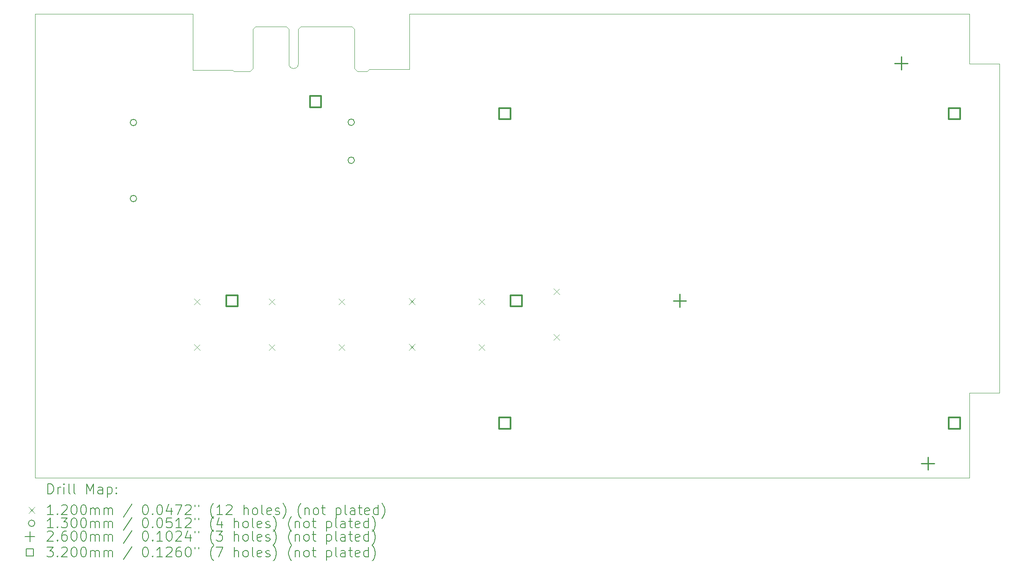
<source format=gbr>
%TF.GenerationSoftware,KiCad,Pcbnew,8.0.5*%
%TF.CreationDate,2024-11-08T09:24:42+00:00*%
%TF.ProjectId,Main_V44,4d61696e-5f56-4343-942e-6b696361645f,rev?*%
%TF.SameCoordinates,Original*%
%TF.FileFunction,Drillmap*%
%TF.FilePolarity,Positive*%
%FSLAX45Y45*%
G04 Gerber Fmt 4.5, Leading zero omitted, Abs format (unit mm)*
G04 Created by KiCad (PCBNEW 8.0.5) date 2024-11-08 09:24:42*
%MOMM*%
%LPD*%
G01*
G04 APERTURE LIST*
%ADD10C,0.100000*%
%ADD11C,0.200000*%
%ADD12C,0.120000*%
%ADD13C,0.130000*%
%ADD14C,0.260000*%
%ADD15C,0.320000*%
G04 APERTURE END LIST*
D10*
X6390000Y505000D02*
X6452000Y443000D01*
X3983000Y443000D02*
X3955000Y471000D01*
X18700000Y1600000D02*
X18700000Y600000D01*
X3155000Y471000D02*
X3155000Y1600000D01*
X6452000Y443000D02*
X6645000Y443000D01*
X19300000Y600000D02*
X18700000Y600000D01*
X18700000Y-7700000D02*
X0Y-7700000D01*
X0Y1600000D02*
X3155000Y1600000D01*
X7492000Y490000D02*
X7492000Y1600000D01*
X4298000Y443000D02*
X3983000Y443000D01*
X18700000Y1600000D02*
X14900000Y1600000D01*
X7492000Y1600000D02*
X14900000Y1600000D01*
X19300000Y600000D02*
X19300000Y-6000000D01*
X0Y1600000D02*
X0Y0D01*
X0Y-7700000D02*
X0Y0D01*
X6645000Y443000D02*
X6692000Y490000D01*
X3155000Y471000D02*
X3955000Y471000D01*
X4360000Y505000D02*
X4298000Y443000D01*
X18700000Y-6000000D02*
X19300000Y-6000000D01*
X6692000Y490000D02*
X7492000Y490000D01*
X18700000Y-6000000D02*
X18700000Y-7700000D01*
X5270000Y600000D02*
X5270000Y1295000D01*
X6340000Y1345000D02*
X5320000Y1345000D01*
X5080000Y600000D02*
X5080000Y1295000D01*
X5030000Y1345000D02*
X4410000Y1345000D01*
X5270000Y1295000D02*
X5320000Y1345000D01*
X6390000Y1295000D02*
X6340000Y1345000D01*
X6390000Y505000D02*
X6390000Y1295000D01*
X5080000Y1295000D02*
X5030000Y1345000D01*
X4360000Y1295000D02*
X4410000Y1345000D01*
X4360000Y505000D02*
X4360000Y1295000D01*
X5270000Y600000D02*
G75*
G02*
X5080000Y600000I-95000J0D01*
G01*
D11*
D12*
X3180000Y-4105000D02*
X3300000Y-4225000D01*
X3300000Y-4105000D02*
X3180000Y-4225000D01*
X3180000Y-5020000D02*
X3300000Y-5140000D01*
X3300000Y-5020000D02*
X3180000Y-5140000D01*
X4680000Y-4105000D02*
X4800000Y-4225000D01*
X4800000Y-4105000D02*
X4680000Y-4225000D01*
X4680000Y-5020000D02*
X4800000Y-5140000D01*
X4800000Y-5020000D02*
X4680000Y-5140000D01*
X6080000Y-4105000D02*
X6200000Y-4225000D01*
X6200000Y-4105000D02*
X6080000Y-4225000D01*
X6080000Y-5020000D02*
X6200000Y-5140000D01*
X6200000Y-5020000D02*
X6080000Y-5140000D01*
X7481000Y-4103000D02*
X7601000Y-4223000D01*
X7601000Y-4103000D02*
X7481000Y-4223000D01*
X7481000Y-5018000D02*
X7601000Y-5138000D01*
X7601000Y-5018000D02*
X7481000Y-5138000D01*
X8880000Y-4105000D02*
X9000000Y-4225000D01*
X9000000Y-4105000D02*
X8880000Y-4225000D01*
X8880000Y-5020000D02*
X9000000Y-5140000D01*
X9000000Y-5020000D02*
X8880000Y-5140000D01*
X10380000Y-3905000D02*
X10500000Y-4025000D01*
X10500000Y-3905000D02*
X10380000Y-4025000D01*
X10380000Y-4820000D02*
X10500000Y-4940000D01*
X10500000Y-4820000D02*
X10380000Y-4940000D01*
D13*
X2032500Y-576500D02*
G75*
G02*
X1902500Y-576500I-65000J0D01*
G01*
X1902500Y-576500D02*
G75*
G02*
X2032500Y-576500I65000J0D01*
G01*
X2032500Y-2100500D02*
G75*
G02*
X1902500Y-2100500I-65000J0D01*
G01*
X1902500Y-2100500D02*
G75*
G02*
X2032500Y-2100500I65000J0D01*
G01*
X6392500Y-571500D02*
G75*
G02*
X6262500Y-571500I-65000J0D01*
G01*
X6262500Y-571500D02*
G75*
G02*
X6392500Y-571500I65000J0D01*
G01*
X6392500Y-1333500D02*
G75*
G02*
X6262500Y-1333500I-65000J0D01*
G01*
X6262500Y-1333500D02*
G75*
G02*
X6392500Y-1333500I65000J0D01*
G01*
D14*
X12903200Y-4017820D02*
X12903200Y-4277820D01*
X12773200Y-4147820D02*
X13033200Y-4147820D01*
X17335500Y739600D02*
X17335500Y479600D01*
X17205500Y609600D02*
X17465500Y609600D01*
X17871440Y-7279180D02*
X17871440Y-7539180D01*
X17741440Y-7409180D02*
X18001440Y-7409180D01*
D15*
X4054278Y-4263158D02*
X4054278Y-4036882D01*
X3828002Y-4036882D01*
X3828002Y-4263158D01*
X4054278Y-4263158D01*
X5725638Y-274138D02*
X5725638Y-47862D01*
X5499362Y-47862D01*
X5499362Y-274138D01*
X5725638Y-274138D01*
X9513138Y-513138D02*
X9513138Y-286862D01*
X9286862Y-286862D01*
X9286862Y-513138D01*
X9513138Y-513138D01*
X9513138Y-6713138D02*
X9513138Y-6486862D01*
X9286862Y-6486862D01*
X9286862Y-6713138D01*
X9513138Y-6713138D01*
X9741438Y-4263158D02*
X9741438Y-4036882D01*
X9515162Y-4036882D01*
X9515162Y-4263158D01*
X9741438Y-4263158D01*
X18513138Y-513138D02*
X18513138Y-286862D01*
X18286862Y-286862D01*
X18286862Y-513138D01*
X18513138Y-513138D01*
X18513138Y-6713138D02*
X18513138Y-6486862D01*
X18286862Y-6486862D01*
X18286862Y-6713138D01*
X18513138Y-6713138D01*
D11*
X255777Y-8016484D02*
X255777Y-7816484D01*
X255777Y-7816484D02*
X303396Y-7816484D01*
X303396Y-7816484D02*
X331967Y-7826008D01*
X331967Y-7826008D02*
X351015Y-7845055D01*
X351015Y-7845055D02*
X360539Y-7864103D01*
X360539Y-7864103D02*
X370062Y-7902198D01*
X370062Y-7902198D02*
X370062Y-7930769D01*
X370062Y-7930769D02*
X360539Y-7968865D01*
X360539Y-7968865D02*
X351015Y-7987912D01*
X351015Y-7987912D02*
X331967Y-8006960D01*
X331967Y-8006960D02*
X303396Y-8016484D01*
X303396Y-8016484D02*
X255777Y-8016484D01*
X455777Y-8016484D02*
X455777Y-7883150D01*
X455777Y-7921246D02*
X465301Y-7902198D01*
X465301Y-7902198D02*
X474824Y-7892674D01*
X474824Y-7892674D02*
X493872Y-7883150D01*
X493872Y-7883150D02*
X512920Y-7883150D01*
X579586Y-8016484D02*
X579586Y-7883150D01*
X579586Y-7816484D02*
X570063Y-7826008D01*
X570063Y-7826008D02*
X579586Y-7835531D01*
X579586Y-7835531D02*
X589110Y-7826008D01*
X589110Y-7826008D02*
X579586Y-7816484D01*
X579586Y-7816484D02*
X579586Y-7835531D01*
X703396Y-8016484D02*
X684348Y-8006960D01*
X684348Y-8006960D02*
X674824Y-7987912D01*
X674824Y-7987912D02*
X674824Y-7816484D01*
X808158Y-8016484D02*
X789110Y-8006960D01*
X789110Y-8006960D02*
X779586Y-7987912D01*
X779586Y-7987912D02*
X779586Y-7816484D01*
X1036729Y-8016484D02*
X1036729Y-7816484D01*
X1036729Y-7816484D02*
X1103396Y-7959341D01*
X1103396Y-7959341D02*
X1170063Y-7816484D01*
X1170063Y-7816484D02*
X1170063Y-8016484D01*
X1351015Y-8016484D02*
X1351015Y-7911722D01*
X1351015Y-7911722D02*
X1341491Y-7892674D01*
X1341491Y-7892674D02*
X1322444Y-7883150D01*
X1322444Y-7883150D02*
X1284348Y-7883150D01*
X1284348Y-7883150D02*
X1265301Y-7892674D01*
X1351015Y-8006960D02*
X1331967Y-8016484D01*
X1331967Y-8016484D02*
X1284348Y-8016484D01*
X1284348Y-8016484D02*
X1265301Y-8006960D01*
X1265301Y-8006960D02*
X1255777Y-7987912D01*
X1255777Y-7987912D02*
X1255777Y-7968865D01*
X1255777Y-7968865D02*
X1265301Y-7949817D01*
X1265301Y-7949817D02*
X1284348Y-7940293D01*
X1284348Y-7940293D02*
X1331967Y-7940293D01*
X1331967Y-7940293D02*
X1351015Y-7930769D01*
X1446253Y-7883150D02*
X1446253Y-8083150D01*
X1446253Y-7892674D02*
X1465301Y-7883150D01*
X1465301Y-7883150D02*
X1503396Y-7883150D01*
X1503396Y-7883150D02*
X1522443Y-7892674D01*
X1522443Y-7892674D02*
X1531967Y-7902198D01*
X1531967Y-7902198D02*
X1541491Y-7921246D01*
X1541491Y-7921246D02*
X1541491Y-7978388D01*
X1541491Y-7978388D02*
X1531967Y-7997436D01*
X1531967Y-7997436D02*
X1522443Y-8006960D01*
X1522443Y-8006960D02*
X1503396Y-8016484D01*
X1503396Y-8016484D02*
X1465301Y-8016484D01*
X1465301Y-8016484D02*
X1446253Y-8006960D01*
X1627205Y-7997436D02*
X1636729Y-8006960D01*
X1636729Y-8006960D02*
X1627205Y-8016484D01*
X1627205Y-8016484D02*
X1617682Y-8006960D01*
X1617682Y-8006960D02*
X1627205Y-7997436D01*
X1627205Y-7997436D02*
X1627205Y-8016484D01*
X1627205Y-7892674D02*
X1636729Y-7902198D01*
X1636729Y-7902198D02*
X1627205Y-7911722D01*
X1627205Y-7911722D02*
X1617682Y-7902198D01*
X1617682Y-7902198D02*
X1627205Y-7892674D01*
X1627205Y-7892674D02*
X1627205Y-7911722D01*
D12*
X-125000Y-8285000D02*
X-5000Y-8405000D01*
X-5000Y-8285000D02*
X-125000Y-8405000D01*
D11*
X360539Y-8436484D02*
X246253Y-8436484D01*
X303396Y-8436484D02*
X303396Y-8236484D01*
X303396Y-8236484D02*
X284348Y-8265055D01*
X284348Y-8265055D02*
X265301Y-8284103D01*
X265301Y-8284103D02*
X246253Y-8293627D01*
X446253Y-8417436D02*
X455777Y-8426960D01*
X455777Y-8426960D02*
X446253Y-8436484D01*
X446253Y-8436484D02*
X436729Y-8426960D01*
X436729Y-8426960D02*
X446253Y-8417436D01*
X446253Y-8417436D02*
X446253Y-8436484D01*
X531967Y-8255531D02*
X541491Y-8246008D01*
X541491Y-8246008D02*
X560539Y-8236484D01*
X560539Y-8236484D02*
X608158Y-8236484D01*
X608158Y-8236484D02*
X627205Y-8246008D01*
X627205Y-8246008D02*
X636729Y-8255531D01*
X636729Y-8255531D02*
X646253Y-8274579D01*
X646253Y-8274579D02*
X646253Y-8293627D01*
X646253Y-8293627D02*
X636729Y-8322198D01*
X636729Y-8322198D02*
X522443Y-8436484D01*
X522443Y-8436484D02*
X646253Y-8436484D01*
X770062Y-8236484D02*
X789110Y-8236484D01*
X789110Y-8236484D02*
X808158Y-8246008D01*
X808158Y-8246008D02*
X817682Y-8255531D01*
X817682Y-8255531D02*
X827205Y-8274579D01*
X827205Y-8274579D02*
X836729Y-8312674D01*
X836729Y-8312674D02*
X836729Y-8360293D01*
X836729Y-8360293D02*
X827205Y-8398389D01*
X827205Y-8398389D02*
X817682Y-8417436D01*
X817682Y-8417436D02*
X808158Y-8426960D01*
X808158Y-8426960D02*
X789110Y-8436484D01*
X789110Y-8436484D02*
X770062Y-8436484D01*
X770062Y-8436484D02*
X751015Y-8426960D01*
X751015Y-8426960D02*
X741491Y-8417436D01*
X741491Y-8417436D02*
X731967Y-8398389D01*
X731967Y-8398389D02*
X722443Y-8360293D01*
X722443Y-8360293D02*
X722443Y-8312674D01*
X722443Y-8312674D02*
X731967Y-8274579D01*
X731967Y-8274579D02*
X741491Y-8255531D01*
X741491Y-8255531D02*
X751015Y-8246008D01*
X751015Y-8246008D02*
X770062Y-8236484D01*
X960539Y-8236484D02*
X979586Y-8236484D01*
X979586Y-8236484D02*
X998634Y-8246008D01*
X998634Y-8246008D02*
X1008158Y-8255531D01*
X1008158Y-8255531D02*
X1017682Y-8274579D01*
X1017682Y-8274579D02*
X1027205Y-8312674D01*
X1027205Y-8312674D02*
X1027205Y-8360293D01*
X1027205Y-8360293D02*
X1017682Y-8398389D01*
X1017682Y-8398389D02*
X1008158Y-8417436D01*
X1008158Y-8417436D02*
X998634Y-8426960D01*
X998634Y-8426960D02*
X979586Y-8436484D01*
X979586Y-8436484D02*
X960539Y-8436484D01*
X960539Y-8436484D02*
X941491Y-8426960D01*
X941491Y-8426960D02*
X931967Y-8417436D01*
X931967Y-8417436D02*
X922443Y-8398389D01*
X922443Y-8398389D02*
X912920Y-8360293D01*
X912920Y-8360293D02*
X912920Y-8312674D01*
X912920Y-8312674D02*
X922443Y-8274579D01*
X922443Y-8274579D02*
X931967Y-8255531D01*
X931967Y-8255531D02*
X941491Y-8246008D01*
X941491Y-8246008D02*
X960539Y-8236484D01*
X1112920Y-8436484D02*
X1112920Y-8303150D01*
X1112920Y-8322198D02*
X1122444Y-8312674D01*
X1122444Y-8312674D02*
X1141491Y-8303150D01*
X1141491Y-8303150D02*
X1170063Y-8303150D01*
X1170063Y-8303150D02*
X1189110Y-8312674D01*
X1189110Y-8312674D02*
X1198634Y-8331722D01*
X1198634Y-8331722D02*
X1198634Y-8436484D01*
X1198634Y-8331722D02*
X1208158Y-8312674D01*
X1208158Y-8312674D02*
X1227205Y-8303150D01*
X1227205Y-8303150D02*
X1255777Y-8303150D01*
X1255777Y-8303150D02*
X1274825Y-8312674D01*
X1274825Y-8312674D02*
X1284348Y-8331722D01*
X1284348Y-8331722D02*
X1284348Y-8436484D01*
X1379586Y-8436484D02*
X1379586Y-8303150D01*
X1379586Y-8322198D02*
X1389110Y-8312674D01*
X1389110Y-8312674D02*
X1408158Y-8303150D01*
X1408158Y-8303150D02*
X1436729Y-8303150D01*
X1436729Y-8303150D02*
X1455777Y-8312674D01*
X1455777Y-8312674D02*
X1465301Y-8331722D01*
X1465301Y-8331722D02*
X1465301Y-8436484D01*
X1465301Y-8331722D02*
X1474824Y-8312674D01*
X1474824Y-8312674D02*
X1493872Y-8303150D01*
X1493872Y-8303150D02*
X1522443Y-8303150D01*
X1522443Y-8303150D02*
X1541491Y-8312674D01*
X1541491Y-8312674D02*
X1551015Y-8331722D01*
X1551015Y-8331722D02*
X1551015Y-8436484D01*
X1941491Y-8226960D02*
X1770063Y-8484103D01*
X2198634Y-8236484D02*
X2217682Y-8236484D01*
X2217682Y-8236484D02*
X2236729Y-8246008D01*
X2236729Y-8246008D02*
X2246253Y-8255531D01*
X2246253Y-8255531D02*
X2255777Y-8274579D01*
X2255777Y-8274579D02*
X2265301Y-8312674D01*
X2265301Y-8312674D02*
X2265301Y-8360293D01*
X2265301Y-8360293D02*
X2255777Y-8398389D01*
X2255777Y-8398389D02*
X2246253Y-8417436D01*
X2246253Y-8417436D02*
X2236729Y-8426960D01*
X2236729Y-8426960D02*
X2217682Y-8436484D01*
X2217682Y-8436484D02*
X2198634Y-8436484D01*
X2198634Y-8436484D02*
X2179587Y-8426960D01*
X2179587Y-8426960D02*
X2170063Y-8417436D01*
X2170063Y-8417436D02*
X2160539Y-8398389D01*
X2160539Y-8398389D02*
X2151015Y-8360293D01*
X2151015Y-8360293D02*
X2151015Y-8312674D01*
X2151015Y-8312674D02*
X2160539Y-8274579D01*
X2160539Y-8274579D02*
X2170063Y-8255531D01*
X2170063Y-8255531D02*
X2179587Y-8246008D01*
X2179587Y-8246008D02*
X2198634Y-8236484D01*
X2351015Y-8417436D02*
X2360539Y-8426960D01*
X2360539Y-8426960D02*
X2351015Y-8436484D01*
X2351015Y-8436484D02*
X2341491Y-8426960D01*
X2341491Y-8426960D02*
X2351015Y-8417436D01*
X2351015Y-8417436D02*
X2351015Y-8436484D01*
X2484348Y-8236484D02*
X2503396Y-8236484D01*
X2503396Y-8236484D02*
X2522444Y-8246008D01*
X2522444Y-8246008D02*
X2531968Y-8255531D01*
X2531968Y-8255531D02*
X2541491Y-8274579D01*
X2541491Y-8274579D02*
X2551015Y-8312674D01*
X2551015Y-8312674D02*
X2551015Y-8360293D01*
X2551015Y-8360293D02*
X2541491Y-8398389D01*
X2541491Y-8398389D02*
X2531968Y-8417436D01*
X2531968Y-8417436D02*
X2522444Y-8426960D01*
X2522444Y-8426960D02*
X2503396Y-8436484D01*
X2503396Y-8436484D02*
X2484348Y-8436484D01*
X2484348Y-8436484D02*
X2465301Y-8426960D01*
X2465301Y-8426960D02*
X2455777Y-8417436D01*
X2455777Y-8417436D02*
X2446253Y-8398389D01*
X2446253Y-8398389D02*
X2436729Y-8360293D01*
X2436729Y-8360293D02*
X2436729Y-8312674D01*
X2436729Y-8312674D02*
X2446253Y-8274579D01*
X2446253Y-8274579D02*
X2455777Y-8255531D01*
X2455777Y-8255531D02*
X2465301Y-8246008D01*
X2465301Y-8246008D02*
X2484348Y-8236484D01*
X2722444Y-8303150D02*
X2722444Y-8436484D01*
X2674825Y-8226960D02*
X2627206Y-8369817D01*
X2627206Y-8369817D02*
X2751015Y-8369817D01*
X2808158Y-8236484D02*
X2941491Y-8236484D01*
X2941491Y-8236484D02*
X2855777Y-8436484D01*
X3008158Y-8255531D02*
X3017682Y-8246008D01*
X3017682Y-8246008D02*
X3036729Y-8236484D01*
X3036729Y-8236484D02*
X3084348Y-8236484D01*
X3084348Y-8236484D02*
X3103396Y-8246008D01*
X3103396Y-8246008D02*
X3112920Y-8255531D01*
X3112920Y-8255531D02*
X3122444Y-8274579D01*
X3122444Y-8274579D02*
X3122444Y-8293627D01*
X3122444Y-8293627D02*
X3112920Y-8322198D01*
X3112920Y-8322198D02*
X2998634Y-8436484D01*
X2998634Y-8436484D02*
X3122444Y-8436484D01*
X3198634Y-8236484D02*
X3198634Y-8274579D01*
X3274825Y-8236484D02*
X3274825Y-8274579D01*
X3570063Y-8512674D02*
X3560539Y-8503150D01*
X3560539Y-8503150D02*
X3541491Y-8474579D01*
X3541491Y-8474579D02*
X3531968Y-8455531D01*
X3531968Y-8455531D02*
X3522444Y-8426960D01*
X3522444Y-8426960D02*
X3512920Y-8379341D01*
X3512920Y-8379341D02*
X3512920Y-8341246D01*
X3512920Y-8341246D02*
X3522444Y-8293627D01*
X3522444Y-8293627D02*
X3531968Y-8265055D01*
X3531968Y-8265055D02*
X3541491Y-8246008D01*
X3541491Y-8246008D02*
X3560539Y-8217436D01*
X3560539Y-8217436D02*
X3570063Y-8207912D01*
X3751015Y-8436484D02*
X3636729Y-8436484D01*
X3693872Y-8436484D02*
X3693872Y-8236484D01*
X3693872Y-8236484D02*
X3674825Y-8265055D01*
X3674825Y-8265055D02*
X3655777Y-8284103D01*
X3655777Y-8284103D02*
X3636729Y-8293627D01*
X3827206Y-8255531D02*
X3836729Y-8246008D01*
X3836729Y-8246008D02*
X3855777Y-8236484D01*
X3855777Y-8236484D02*
X3903396Y-8236484D01*
X3903396Y-8236484D02*
X3922444Y-8246008D01*
X3922444Y-8246008D02*
X3931968Y-8255531D01*
X3931968Y-8255531D02*
X3941491Y-8274579D01*
X3941491Y-8274579D02*
X3941491Y-8293627D01*
X3941491Y-8293627D02*
X3931968Y-8322198D01*
X3931968Y-8322198D02*
X3817682Y-8436484D01*
X3817682Y-8436484D02*
X3941491Y-8436484D01*
X4179587Y-8436484D02*
X4179587Y-8236484D01*
X4265301Y-8436484D02*
X4265301Y-8331722D01*
X4265301Y-8331722D02*
X4255777Y-8312674D01*
X4255777Y-8312674D02*
X4236730Y-8303150D01*
X4236730Y-8303150D02*
X4208158Y-8303150D01*
X4208158Y-8303150D02*
X4189110Y-8312674D01*
X4189110Y-8312674D02*
X4179587Y-8322198D01*
X4389111Y-8436484D02*
X4370063Y-8426960D01*
X4370063Y-8426960D02*
X4360539Y-8417436D01*
X4360539Y-8417436D02*
X4351015Y-8398389D01*
X4351015Y-8398389D02*
X4351015Y-8341246D01*
X4351015Y-8341246D02*
X4360539Y-8322198D01*
X4360539Y-8322198D02*
X4370063Y-8312674D01*
X4370063Y-8312674D02*
X4389111Y-8303150D01*
X4389111Y-8303150D02*
X4417682Y-8303150D01*
X4417682Y-8303150D02*
X4436730Y-8312674D01*
X4436730Y-8312674D02*
X4446253Y-8322198D01*
X4446253Y-8322198D02*
X4455777Y-8341246D01*
X4455777Y-8341246D02*
X4455777Y-8398389D01*
X4455777Y-8398389D02*
X4446253Y-8417436D01*
X4446253Y-8417436D02*
X4436730Y-8426960D01*
X4436730Y-8426960D02*
X4417682Y-8436484D01*
X4417682Y-8436484D02*
X4389111Y-8436484D01*
X4570063Y-8436484D02*
X4551015Y-8426960D01*
X4551015Y-8426960D02*
X4541492Y-8407912D01*
X4541492Y-8407912D02*
X4541492Y-8236484D01*
X4722444Y-8426960D02*
X4703396Y-8436484D01*
X4703396Y-8436484D02*
X4665301Y-8436484D01*
X4665301Y-8436484D02*
X4646253Y-8426960D01*
X4646253Y-8426960D02*
X4636730Y-8407912D01*
X4636730Y-8407912D02*
X4636730Y-8331722D01*
X4636730Y-8331722D02*
X4646253Y-8312674D01*
X4646253Y-8312674D02*
X4665301Y-8303150D01*
X4665301Y-8303150D02*
X4703396Y-8303150D01*
X4703396Y-8303150D02*
X4722444Y-8312674D01*
X4722444Y-8312674D02*
X4731968Y-8331722D01*
X4731968Y-8331722D02*
X4731968Y-8350769D01*
X4731968Y-8350769D02*
X4636730Y-8369817D01*
X4808158Y-8426960D02*
X4827206Y-8436484D01*
X4827206Y-8436484D02*
X4865301Y-8436484D01*
X4865301Y-8436484D02*
X4884349Y-8426960D01*
X4884349Y-8426960D02*
X4893873Y-8407912D01*
X4893873Y-8407912D02*
X4893873Y-8398389D01*
X4893873Y-8398389D02*
X4884349Y-8379341D01*
X4884349Y-8379341D02*
X4865301Y-8369817D01*
X4865301Y-8369817D02*
X4836730Y-8369817D01*
X4836730Y-8369817D02*
X4817682Y-8360293D01*
X4817682Y-8360293D02*
X4808158Y-8341246D01*
X4808158Y-8341246D02*
X4808158Y-8331722D01*
X4808158Y-8331722D02*
X4817682Y-8312674D01*
X4817682Y-8312674D02*
X4836730Y-8303150D01*
X4836730Y-8303150D02*
X4865301Y-8303150D01*
X4865301Y-8303150D02*
X4884349Y-8312674D01*
X4960539Y-8512674D02*
X4970063Y-8503150D01*
X4970063Y-8503150D02*
X4989111Y-8474579D01*
X4989111Y-8474579D02*
X4998634Y-8455531D01*
X4998634Y-8455531D02*
X5008158Y-8426960D01*
X5008158Y-8426960D02*
X5017682Y-8379341D01*
X5017682Y-8379341D02*
X5017682Y-8341246D01*
X5017682Y-8341246D02*
X5008158Y-8293627D01*
X5008158Y-8293627D02*
X4998634Y-8265055D01*
X4998634Y-8265055D02*
X4989111Y-8246008D01*
X4989111Y-8246008D02*
X4970063Y-8217436D01*
X4970063Y-8217436D02*
X4960539Y-8207912D01*
X5322444Y-8512674D02*
X5312920Y-8503150D01*
X5312920Y-8503150D02*
X5293873Y-8474579D01*
X5293873Y-8474579D02*
X5284349Y-8455531D01*
X5284349Y-8455531D02*
X5274825Y-8426960D01*
X5274825Y-8426960D02*
X5265301Y-8379341D01*
X5265301Y-8379341D02*
X5265301Y-8341246D01*
X5265301Y-8341246D02*
X5274825Y-8293627D01*
X5274825Y-8293627D02*
X5284349Y-8265055D01*
X5284349Y-8265055D02*
X5293873Y-8246008D01*
X5293873Y-8246008D02*
X5312920Y-8217436D01*
X5312920Y-8217436D02*
X5322444Y-8207912D01*
X5398634Y-8303150D02*
X5398634Y-8436484D01*
X5398634Y-8322198D02*
X5408158Y-8312674D01*
X5408158Y-8312674D02*
X5427206Y-8303150D01*
X5427206Y-8303150D02*
X5455777Y-8303150D01*
X5455777Y-8303150D02*
X5474825Y-8312674D01*
X5474825Y-8312674D02*
X5484349Y-8331722D01*
X5484349Y-8331722D02*
X5484349Y-8436484D01*
X5608158Y-8436484D02*
X5589111Y-8426960D01*
X5589111Y-8426960D02*
X5579587Y-8417436D01*
X5579587Y-8417436D02*
X5570063Y-8398389D01*
X5570063Y-8398389D02*
X5570063Y-8341246D01*
X5570063Y-8341246D02*
X5579587Y-8322198D01*
X5579587Y-8322198D02*
X5589111Y-8312674D01*
X5589111Y-8312674D02*
X5608158Y-8303150D01*
X5608158Y-8303150D02*
X5636730Y-8303150D01*
X5636730Y-8303150D02*
X5655777Y-8312674D01*
X5655777Y-8312674D02*
X5665301Y-8322198D01*
X5665301Y-8322198D02*
X5674825Y-8341246D01*
X5674825Y-8341246D02*
X5674825Y-8398389D01*
X5674825Y-8398389D02*
X5665301Y-8417436D01*
X5665301Y-8417436D02*
X5655777Y-8426960D01*
X5655777Y-8426960D02*
X5636730Y-8436484D01*
X5636730Y-8436484D02*
X5608158Y-8436484D01*
X5731968Y-8303150D02*
X5808158Y-8303150D01*
X5760539Y-8236484D02*
X5760539Y-8407912D01*
X5760539Y-8407912D02*
X5770063Y-8426960D01*
X5770063Y-8426960D02*
X5789111Y-8436484D01*
X5789111Y-8436484D02*
X5808158Y-8436484D01*
X6027206Y-8303150D02*
X6027206Y-8503150D01*
X6027206Y-8312674D02*
X6046253Y-8303150D01*
X6046253Y-8303150D02*
X6084349Y-8303150D01*
X6084349Y-8303150D02*
X6103396Y-8312674D01*
X6103396Y-8312674D02*
X6112920Y-8322198D01*
X6112920Y-8322198D02*
X6122444Y-8341246D01*
X6122444Y-8341246D02*
X6122444Y-8398389D01*
X6122444Y-8398389D02*
X6112920Y-8417436D01*
X6112920Y-8417436D02*
X6103396Y-8426960D01*
X6103396Y-8426960D02*
X6084349Y-8436484D01*
X6084349Y-8436484D02*
X6046253Y-8436484D01*
X6046253Y-8436484D02*
X6027206Y-8426960D01*
X6236730Y-8436484D02*
X6217682Y-8426960D01*
X6217682Y-8426960D02*
X6208158Y-8407912D01*
X6208158Y-8407912D02*
X6208158Y-8236484D01*
X6398634Y-8436484D02*
X6398634Y-8331722D01*
X6398634Y-8331722D02*
X6389111Y-8312674D01*
X6389111Y-8312674D02*
X6370063Y-8303150D01*
X6370063Y-8303150D02*
X6331968Y-8303150D01*
X6331968Y-8303150D02*
X6312920Y-8312674D01*
X6398634Y-8426960D02*
X6379587Y-8436484D01*
X6379587Y-8436484D02*
X6331968Y-8436484D01*
X6331968Y-8436484D02*
X6312920Y-8426960D01*
X6312920Y-8426960D02*
X6303396Y-8407912D01*
X6303396Y-8407912D02*
X6303396Y-8388865D01*
X6303396Y-8388865D02*
X6312920Y-8369817D01*
X6312920Y-8369817D02*
X6331968Y-8360293D01*
X6331968Y-8360293D02*
X6379587Y-8360293D01*
X6379587Y-8360293D02*
X6398634Y-8350769D01*
X6465301Y-8303150D02*
X6541492Y-8303150D01*
X6493873Y-8236484D02*
X6493873Y-8407912D01*
X6493873Y-8407912D02*
X6503396Y-8426960D01*
X6503396Y-8426960D02*
X6522444Y-8436484D01*
X6522444Y-8436484D02*
X6541492Y-8436484D01*
X6684349Y-8426960D02*
X6665301Y-8436484D01*
X6665301Y-8436484D02*
X6627206Y-8436484D01*
X6627206Y-8436484D02*
X6608158Y-8426960D01*
X6608158Y-8426960D02*
X6598634Y-8407912D01*
X6598634Y-8407912D02*
X6598634Y-8331722D01*
X6598634Y-8331722D02*
X6608158Y-8312674D01*
X6608158Y-8312674D02*
X6627206Y-8303150D01*
X6627206Y-8303150D02*
X6665301Y-8303150D01*
X6665301Y-8303150D02*
X6684349Y-8312674D01*
X6684349Y-8312674D02*
X6693873Y-8331722D01*
X6693873Y-8331722D02*
X6693873Y-8350769D01*
X6693873Y-8350769D02*
X6598634Y-8369817D01*
X6865301Y-8436484D02*
X6865301Y-8236484D01*
X6865301Y-8426960D02*
X6846254Y-8436484D01*
X6846254Y-8436484D02*
X6808158Y-8436484D01*
X6808158Y-8436484D02*
X6789111Y-8426960D01*
X6789111Y-8426960D02*
X6779587Y-8417436D01*
X6779587Y-8417436D02*
X6770063Y-8398389D01*
X6770063Y-8398389D02*
X6770063Y-8341246D01*
X6770063Y-8341246D02*
X6779587Y-8322198D01*
X6779587Y-8322198D02*
X6789111Y-8312674D01*
X6789111Y-8312674D02*
X6808158Y-8303150D01*
X6808158Y-8303150D02*
X6846254Y-8303150D01*
X6846254Y-8303150D02*
X6865301Y-8312674D01*
X6941492Y-8512674D02*
X6951015Y-8503150D01*
X6951015Y-8503150D02*
X6970063Y-8474579D01*
X6970063Y-8474579D02*
X6979587Y-8455531D01*
X6979587Y-8455531D02*
X6989111Y-8426960D01*
X6989111Y-8426960D02*
X6998634Y-8379341D01*
X6998634Y-8379341D02*
X6998634Y-8341246D01*
X6998634Y-8341246D02*
X6989111Y-8293627D01*
X6989111Y-8293627D02*
X6979587Y-8265055D01*
X6979587Y-8265055D02*
X6970063Y-8246008D01*
X6970063Y-8246008D02*
X6951015Y-8217436D01*
X6951015Y-8217436D02*
X6941492Y-8207912D01*
D13*
X-5000Y-8609000D02*
G75*
G02*
X-135000Y-8609000I-65000J0D01*
G01*
X-135000Y-8609000D02*
G75*
G02*
X-5000Y-8609000I65000J0D01*
G01*
D11*
X360539Y-8700484D02*
X246253Y-8700484D01*
X303396Y-8700484D02*
X303396Y-8500484D01*
X303396Y-8500484D02*
X284348Y-8529055D01*
X284348Y-8529055D02*
X265301Y-8548103D01*
X265301Y-8548103D02*
X246253Y-8557627D01*
X446253Y-8681436D02*
X455777Y-8690960D01*
X455777Y-8690960D02*
X446253Y-8700484D01*
X446253Y-8700484D02*
X436729Y-8690960D01*
X436729Y-8690960D02*
X446253Y-8681436D01*
X446253Y-8681436D02*
X446253Y-8700484D01*
X522443Y-8500484D02*
X646253Y-8500484D01*
X646253Y-8500484D02*
X579586Y-8576674D01*
X579586Y-8576674D02*
X608158Y-8576674D01*
X608158Y-8576674D02*
X627205Y-8586198D01*
X627205Y-8586198D02*
X636729Y-8595722D01*
X636729Y-8595722D02*
X646253Y-8614770D01*
X646253Y-8614770D02*
X646253Y-8662389D01*
X646253Y-8662389D02*
X636729Y-8681436D01*
X636729Y-8681436D02*
X627205Y-8690960D01*
X627205Y-8690960D02*
X608158Y-8700484D01*
X608158Y-8700484D02*
X551015Y-8700484D01*
X551015Y-8700484D02*
X531967Y-8690960D01*
X531967Y-8690960D02*
X522443Y-8681436D01*
X770062Y-8500484D02*
X789110Y-8500484D01*
X789110Y-8500484D02*
X808158Y-8510008D01*
X808158Y-8510008D02*
X817682Y-8519531D01*
X817682Y-8519531D02*
X827205Y-8538579D01*
X827205Y-8538579D02*
X836729Y-8576674D01*
X836729Y-8576674D02*
X836729Y-8624293D01*
X836729Y-8624293D02*
X827205Y-8662389D01*
X827205Y-8662389D02*
X817682Y-8681436D01*
X817682Y-8681436D02*
X808158Y-8690960D01*
X808158Y-8690960D02*
X789110Y-8700484D01*
X789110Y-8700484D02*
X770062Y-8700484D01*
X770062Y-8700484D02*
X751015Y-8690960D01*
X751015Y-8690960D02*
X741491Y-8681436D01*
X741491Y-8681436D02*
X731967Y-8662389D01*
X731967Y-8662389D02*
X722443Y-8624293D01*
X722443Y-8624293D02*
X722443Y-8576674D01*
X722443Y-8576674D02*
X731967Y-8538579D01*
X731967Y-8538579D02*
X741491Y-8519531D01*
X741491Y-8519531D02*
X751015Y-8510008D01*
X751015Y-8510008D02*
X770062Y-8500484D01*
X960539Y-8500484D02*
X979586Y-8500484D01*
X979586Y-8500484D02*
X998634Y-8510008D01*
X998634Y-8510008D02*
X1008158Y-8519531D01*
X1008158Y-8519531D02*
X1017682Y-8538579D01*
X1017682Y-8538579D02*
X1027205Y-8576674D01*
X1027205Y-8576674D02*
X1027205Y-8624293D01*
X1027205Y-8624293D02*
X1017682Y-8662389D01*
X1017682Y-8662389D02*
X1008158Y-8681436D01*
X1008158Y-8681436D02*
X998634Y-8690960D01*
X998634Y-8690960D02*
X979586Y-8700484D01*
X979586Y-8700484D02*
X960539Y-8700484D01*
X960539Y-8700484D02*
X941491Y-8690960D01*
X941491Y-8690960D02*
X931967Y-8681436D01*
X931967Y-8681436D02*
X922443Y-8662389D01*
X922443Y-8662389D02*
X912920Y-8624293D01*
X912920Y-8624293D02*
X912920Y-8576674D01*
X912920Y-8576674D02*
X922443Y-8538579D01*
X922443Y-8538579D02*
X931967Y-8519531D01*
X931967Y-8519531D02*
X941491Y-8510008D01*
X941491Y-8510008D02*
X960539Y-8500484D01*
X1112920Y-8700484D02*
X1112920Y-8567150D01*
X1112920Y-8586198D02*
X1122444Y-8576674D01*
X1122444Y-8576674D02*
X1141491Y-8567150D01*
X1141491Y-8567150D02*
X1170063Y-8567150D01*
X1170063Y-8567150D02*
X1189110Y-8576674D01*
X1189110Y-8576674D02*
X1198634Y-8595722D01*
X1198634Y-8595722D02*
X1198634Y-8700484D01*
X1198634Y-8595722D02*
X1208158Y-8576674D01*
X1208158Y-8576674D02*
X1227205Y-8567150D01*
X1227205Y-8567150D02*
X1255777Y-8567150D01*
X1255777Y-8567150D02*
X1274825Y-8576674D01*
X1274825Y-8576674D02*
X1284348Y-8595722D01*
X1284348Y-8595722D02*
X1284348Y-8700484D01*
X1379586Y-8700484D02*
X1379586Y-8567150D01*
X1379586Y-8586198D02*
X1389110Y-8576674D01*
X1389110Y-8576674D02*
X1408158Y-8567150D01*
X1408158Y-8567150D02*
X1436729Y-8567150D01*
X1436729Y-8567150D02*
X1455777Y-8576674D01*
X1455777Y-8576674D02*
X1465301Y-8595722D01*
X1465301Y-8595722D02*
X1465301Y-8700484D01*
X1465301Y-8595722D02*
X1474824Y-8576674D01*
X1474824Y-8576674D02*
X1493872Y-8567150D01*
X1493872Y-8567150D02*
X1522443Y-8567150D01*
X1522443Y-8567150D02*
X1541491Y-8576674D01*
X1541491Y-8576674D02*
X1551015Y-8595722D01*
X1551015Y-8595722D02*
X1551015Y-8700484D01*
X1941491Y-8490960D02*
X1770063Y-8748103D01*
X2198634Y-8500484D02*
X2217682Y-8500484D01*
X2217682Y-8500484D02*
X2236729Y-8510008D01*
X2236729Y-8510008D02*
X2246253Y-8519531D01*
X2246253Y-8519531D02*
X2255777Y-8538579D01*
X2255777Y-8538579D02*
X2265301Y-8576674D01*
X2265301Y-8576674D02*
X2265301Y-8624293D01*
X2265301Y-8624293D02*
X2255777Y-8662389D01*
X2255777Y-8662389D02*
X2246253Y-8681436D01*
X2246253Y-8681436D02*
X2236729Y-8690960D01*
X2236729Y-8690960D02*
X2217682Y-8700484D01*
X2217682Y-8700484D02*
X2198634Y-8700484D01*
X2198634Y-8700484D02*
X2179587Y-8690960D01*
X2179587Y-8690960D02*
X2170063Y-8681436D01*
X2170063Y-8681436D02*
X2160539Y-8662389D01*
X2160539Y-8662389D02*
X2151015Y-8624293D01*
X2151015Y-8624293D02*
X2151015Y-8576674D01*
X2151015Y-8576674D02*
X2160539Y-8538579D01*
X2160539Y-8538579D02*
X2170063Y-8519531D01*
X2170063Y-8519531D02*
X2179587Y-8510008D01*
X2179587Y-8510008D02*
X2198634Y-8500484D01*
X2351015Y-8681436D02*
X2360539Y-8690960D01*
X2360539Y-8690960D02*
X2351015Y-8700484D01*
X2351015Y-8700484D02*
X2341491Y-8690960D01*
X2341491Y-8690960D02*
X2351015Y-8681436D01*
X2351015Y-8681436D02*
X2351015Y-8700484D01*
X2484348Y-8500484D02*
X2503396Y-8500484D01*
X2503396Y-8500484D02*
X2522444Y-8510008D01*
X2522444Y-8510008D02*
X2531968Y-8519531D01*
X2531968Y-8519531D02*
X2541491Y-8538579D01*
X2541491Y-8538579D02*
X2551015Y-8576674D01*
X2551015Y-8576674D02*
X2551015Y-8624293D01*
X2551015Y-8624293D02*
X2541491Y-8662389D01*
X2541491Y-8662389D02*
X2531968Y-8681436D01*
X2531968Y-8681436D02*
X2522444Y-8690960D01*
X2522444Y-8690960D02*
X2503396Y-8700484D01*
X2503396Y-8700484D02*
X2484348Y-8700484D01*
X2484348Y-8700484D02*
X2465301Y-8690960D01*
X2465301Y-8690960D02*
X2455777Y-8681436D01*
X2455777Y-8681436D02*
X2446253Y-8662389D01*
X2446253Y-8662389D02*
X2436729Y-8624293D01*
X2436729Y-8624293D02*
X2436729Y-8576674D01*
X2436729Y-8576674D02*
X2446253Y-8538579D01*
X2446253Y-8538579D02*
X2455777Y-8519531D01*
X2455777Y-8519531D02*
X2465301Y-8510008D01*
X2465301Y-8510008D02*
X2484348Y-8500484D01*
X2731968Y-8500484D02*
X2636729Y-8500484D01*
X2636729Y-8500484D02*
X2627206Y-8595722D01*
X2627206Y-8595722D02*
X2636729Y-8586198D01*
X2636729Y-8586198D02*
X2655777Y-8576674D01*
X2655777Y-8576674D02*
X2703396Y-8576674D01*
X2703396Y-8576674D02*
X2722444Y-8586198D01*
X2722444Y-8586198D02*
X2731968Y-8595722D01*
X2731968Y-8595722D02*
X2741491Y-8614770D01*
X2741491Y-8614770D02*
X2741491Y-8662389D01*
X2741491Y-8662389D02*
X2731968Y-8681436D01*
X2731968Y-8681436D02*
X2722444Y-8690960D01*
X2722444Y-8690960D02*
X2703396Y-8700484D01*
X2703396Y-8700484D02*
X2655777Y-8700484D01*
X2655777Y-8700484D02*
X2636729Y-8690960D01*
X2636729Y-8690960D02*
X2627206Y-8681436D01*
X2931967Y-8700484D02*
X2817682Y-8700484D01*
X2874825Y-8700484D02*
X2874825Y-8500484D01*
X2874825Y-8500484D02*
X2855777Y-8529055D01*
X2855777Y-8529055D02*
X2836729Y-8548103D01*
X2836729Y-8548103D02*
X2817682Y-8557627D01*
X3008158Y-8519531D02*
X3017682Y-8510008D01*
X3017682Y-8510008D02*
X3036729Y-8500484D01*
X3036729Y-8500484D02*
X3084348Y-8500484D01*
X3084348Y-8500484D02*
X3103396Y-8510008D01*
X3103396Y-8510008D02*
X3112920Y-8519531D01*
X3112920Y-8519531D02*
X3122444Y-8538579D01*
X3122444Y-8538579D02*
X3122444Y-8557627D01*
X3122444Y-8557627D02*
X3112920Y-8586198D01*
X3112920Y-8586198D02*
X2998634Y-8700484D01*
X2998634Y-8700484D02*
X3122444Y-8700484D01*
X3198634Y-8500484D02*
X3198634Y-8538579D01*
X3274825Y-8500484D02*
X3274825Y-8538579D01*
X3570063Y-8776674D02*
X3560539Y-8767150D01*
X3560539Y-8767150D02*
X3541491Y-8738579D01*
X3541491Y-8738579D02*
X3531968Y-8719531D01*
X3531968Y-8719531D02*
X3522444Y-8690960D01*
X3522444Y-8690960D02*
X3512920Y-8643341D01*
X3512920Y-8643341D02*
X3512920Y-8605246D01*
X3512920Y-8605246D02*
X3522444Y-8557627D01*
X3522444Y-8557627D02*
X3531968Y-8529055D01*
X3531968Y-8529055D02*
X3541491Y-8510008D01*
X3541491Y-8510008D02*
X3560539Y-8481436D01*
X3560539Y-8481436D02*
X3570063Y-8471912D01*
X3731968Y-8567150D02*
X3731968Y-8700484D01*
X3684348Y-8490960D02*
X3636729Y-8633817D01*
X3636729Y-8633817D02*
X3760539Y-8633817D01*
X3989110Y-8700484D02*
X3989110Y-8500484D01*
X4074825Y-8700484D02*
X4074825Y-8595722D01*
X4074825Y-8595722D02*
X4065301Y-8576674D01*
X4065301Y-8576674D02*
X4046253Y-8567150D01*
X4046253Y-8567150D02*
X4017682Y-8567150D01*
X4017682Y-8567150D02*
X3998634Y-8576674D01*
X3998634Y-8576674D02*
X3989110Y-8586198D01*
X4198634Y-8700484D02*
X4179587Y-8690960D01*
X4179587Y-8690960D02*
X4170063Y-8681436D01*
X4170063Y-8681436D02*
X4160539Y-8662389D01*
X4160539Y-8662389D02*
X4160539Y-8605246D01*
X4160539Y-8605246D02*
X4170063Y-8586198D01*
X4170063Y-8586198D02*
X4179587Y-8576674D01*
X4179587Y-8576674D02*
X4198634Y-8567150D01*
X4198634Y-8567150D02*
X4227206Y-8567150D01*
X4227206Y-8567150D02*
X4246253Y-8576674D01*
X4246253Y-8576674D02*
X4255777Y-8586198D01*
X4255777Y-8586198D02*
X4265301Y-8605246D01*
X4265301Y-8605246D02*
X4265301Y-8662389D01*
X4265301Y-8662389D02*
X4255777Y-8681436D01*
X4255777Y-8681436D02*
X4246253Y-8690960D01*
X4246253Y-8690960D02*
X4227206Y-8700484D01*
X4227206Y-8700484D02*
X4198634Y-8700484D01*
X4379587Y-8700484D02*
X4360539Y-8690960D01*
X4360539Y-8690960D02*
X4351015Y-8671912D01*
X4351015Y-8671912D02*
X4351015Y-8500484D01*
X4531968Y-8690960D02*
X4512920Y-8700484D01*
X4512920Y-8700484D02*
X4474825Y-8700484D01*
X4474825Y-8700484D02*
X4455777Y-8690960D01*
X4455777Y-8690960D02*
X4446253Y-8671912D01*
X4446253Y-8671912D02*
X4446253Y-8595722D01*
X4446253Y-8595722D02*
X4455777Y-8576674D01*
X4455777Y-8576674D02*
X4474825Y-8567150D01*
X4474825Y-8567150D02*
X4512920Y-8567150D01*
X4512920Y-8567150D02*
X4531968Y-8576674D01*
X4531968Y-8576674D02*
X4541492Y-8595722D01*
X4541492Y-8595722D02*
X4541492Y-8614770D01*
X4541492Y-8614770D02*
X4446253Y-8633817D01*
X4617682Y-8690960D02*
X4636730Y-8700484D01*
X4636730Y-8700484D02*
X4674825Y-8700484D01*
X4674825Y-8700484D02*
X4693873Y-8690960D01*
X4693873Y-8690960D02*
X4703396Y-8671912D01*
X4703396Y-8671912D02*
X4703396Y-8662389D01*
X4703396Y-8662389D02*
X4693873Y-8643341D01*
X4693873Y-8643341D02*
X4674825Y-8633817D01*
X4674825Y-8633817D02*
X4646253Y-8633817D01*
X4646253Y-8633817D02*
X4627206Y-8624293D01*
X4627206Y-8624293D02*
X4617682Y-8605246D01*
X4617682Y-8605246D02*
X4617682Y-8595722D01*
X4617682Y-8595722D02*
X4627206Y-8576674D01*
X4627206Y-8576674D02*
X4646253Y-8567150D01*
X4646253Y-8567150D02*
X4674825Y-8567150D01*
X4674825Y-8567150D02*
X4693873Y-8576674D01*
X4770063Y-8776674D02*
X4779587Y-8767150D01*
X4779587Y-8767150D02*
X4798634Y-8738579D01*
X4798634Y-8738579D02*
X4808158Y-8719531D01*
X4808158Y-8719531D02*
X4817682Y-8690960D01*
X4817682Y-8690960D02*
X4827206Y-8643341D01*
X4827206Y-8643341D02*
X4827206Y-8605246D01*
X4827206Y-8605246D02*
X4817682Y-8557627D01*
X4817682Y-8557627D02*
X4808158Y-8529055D01*
X4808158Y-8529055D02*
X4798634Y-8510008D01*
X4798634Y-8510008D02*
X4779587Y-8481436D01*
X4779587Y-8481436D02*
X4770063Y-8471912D01*
X5131968Y-8776674D02*
X5122444Y-8767150D01*
X5122444Y-8767150D02*
X5103396Y-8738579D01*
X5103396Y-8738579D02*
X5093873Y-8719531D01*
X5093873Y-8719531D02*
X5084349Y-8690960D01*
X5084349Y-8690960D02*
X5074825Y-8643341D01*
X5074825Y-8643341D02*
X5074825Y-8605246D01*
X5074825Y-8605246D02*
X5084349Y-8557627D01*
X5084349Y-8557627D02*
X5093873Y-8529055D01*
X5093873Y-8529055D02*
X5103396Y-8510008D01*
X5103396Y-8510008D02*
X5122444Y-8481436D01*
X5122444Y-8481436D02*
X5131968Y-8471912D01*
X5208158Y-8567150D02*
X5208158Y-8700484D01*
X5208158Y-8586198D02*
X5217682Y-8576674D01*
X5217682Y-8576674D02*
X5236730Y-8567150D01*
X5236730Y-8567150D02*
X5265301Y-8567150D01*
X5265301Y-8567150D02*
X5284349Y-8576674D01*
X5284349Y-8576674D02*
X5293873Y-8595722D01*
X5293873Y-8595722D02*
X5293873Y-8700484D01*
X5417682Y-8700484D02*
X5398634Y-8690960D01*
X5398634Y-8690960D02*
X5389111Y-8681436D01*
X5389111Y-8681436D02*
X5379587Y-8662389D01*
X5379587Y-8662389D02*
X5379587Y-8605246D01*
X5379587Y-8605246D02*
X5389111Y-8586198D01*
X5389111Y-8586198D02*
X5398634Y-8576674D01*
X5398634Y-8576674D02*
X5417682Y-8567150D01*
X5417682Y-8567150D02*
X5446254Y-8567150D01*
X5446254Y-8567150D02*
X5465301Y-8576674D01*
X5465301Y-8576674D02*
X5474825Y-8586198D01*
X5474825Y-8586198D02*
X5484349Y-8605246D01*
X5484349Y-8605246D02*
X5484349Y-8662389D01*
X5484349Y-8662389D02*
X5474825Y-8681436D01*
X5474825Y-8681436D02*
X5465301Y-8690960D01*
X5465301Y-8690960D02*
X5446254Y-8700484D01*
X5446254Y-8700484D02*
X5417682Y-8700484D01*
X5541492Y-8567150D02*
X5617682Y-8567150D01*
X5570063Y-8500484D02*
X5570063Y-8671912D01*
X5570063Y-8671912D02*
X5579587Y-8690960D01*
X5579587Y-8690960D02*
X5598634Y-8700484D01*
X5598634Y-8700484D02*
X5617682Y-8700484D01*
X5836730Y-8567150D02*
X5836730Y-8767150D01*
X5836730Y-8576674D02*
X5855777Y-8567150D01*
X5855777Y-8567150D02*
X5893873Y-8567150D01*
X5893873Y-8567150D02*
X5912920Y-8576674D01*
X5912920Y-8576674D02*
X5922444Y-8586198D01*
X5922444Y-8586198D02*
X5931968Y-8605246D01*
X5931968Y-8605246D02*
X5931968Y-8662389D01*
X5931968Y-8662389D02*
X5922444Y-8681436D01*
X5922444Y-8681436D02*
X5912920Y-8690960D01*
X5912920Y-8690960D02*
X5893873Y-8700484D01*
X5893873Y-8700484D02*
X5855777Y-8700484D01*
X5855777Y-8700484D02*
X5836730Y-8690960D01*
X6046253Y-8700484D02*
X6027206Y-8690960D01*
X6027206Y-8690960D02*
X6017682Y-8671912D01*
X6017682Y-8671912D02*
X6017682Y-8500484D01*
X6208158Y-8700484D02*
X6208158Y-8595722D01*
X6208158Y-8595722D02*
X6198634Y-8576674D01*
X6198634Y-8576674D02*
X6179587Y-8567150D01*
X6179587Y-8567150D02*
X6141492Y-8567150D01*
X6141492Y-8567150D02*
X6122444Y-8576674D01*
X6208158Y-8690960D02*
X6189111Y-8700484D01*
X6189111Y-8700484D02*
X6141492Y-8700484D01*
X6141492Y-8700484D02*
X6122444Y-8690960D01*
X6122444Y-8690960D02*
X6112920Y-8671912D01*
X6112920Y-8671912D02*
X6112920Y-8652865D01*
X6112920Y-8652865D02*
X6122444Y-8633817D01*
X6122444Y-8633817D02*
X6141492Y-8624293D01*
X6141492Y-8624293D02*
X6189111Y-8624293D01*
X6189111Y-8624293D02*
X6208158Y-8614770D01*
X6274825Y-8567150D02*
X6351015Y-8567150D01*
X6303396Y-8500484D02*
X6303396Y-8671912D01*
X6303396Y-8671912D02*
X6312920Y-8690960D01*
X6312920Y-8690960D02*
X6331968Y-8700484D01*
X6331968Y-8700484D02*
X6351015Y-8700484D01*
X6493873Y-8690960D02*
X6474825Y-8700484D01*
X6474825Y-8700484D02*
X6436730Y-8700484D01*
X6436730Y-8700484D02*
X6417682Y-8690960D01*
X6417682Y-8690960D02*
X6408158Y-8671912D01*
X6408158Y-8671912D02*
X6408158Y-8595722D01*
X6408158Y-8595722D02*
X6417682Y-8576674D01*
X6417682Y-8576674D02*
X6436730Y-8567150D01*
X6436730Y-8567150D02*
X6474825Y-8567150D01*
X6474825Y-8567150D02*
X6493873Y-8576674D01*
X6493873Y-8576674D02*
X6503396Y-8595722D01*
X6503396Y-8595722D02*
X6503396Y-8614770D01*
X6503396Y-8614770D02*
X6408158Y-8633817D01*
X6674825Y-8700484D02*
X6674825Y-8500484D01*
X6674825Y-8690960D02*
X6655777Y-8700484D01*
X6655777Y-8700484D02*
X6617682Y-8700484D01*
X6617682Y-8700484D02*
X6598634Y-8690960D01*
X6598634Y-8690960D02*
X6589111Y-8681436D01*
X6589111Y-8681436D02*
X6579587Y-8662389D01*
X6579587Y-8662389D02*
X6579587Y-8605246D01*
X6579587Y-8605246D02*
X6589111Y-8586198D01*
X6589111Y-8586198D02*
X6598634Y-8576674D01*
X6598634Y-8576674D02*
X6617682Y-8567150D01*
X6617682Y-8567150D02*
X6655777Y-8567150D01*
X6655777Y-8567150D02*
X6674825Y-8576674D01*
X6751015Y-8776674D02*
X6760539Y-8767150D01*
X6760539Y-8767150D02*
X6779587Y-8738579D01*
X6779587Y-8738579D02*
X6789111Y-8719531D01*
X6789111Y-8719531D02*
X6798634Y-8690960D01*
X6798634Y-8690960D02*
X6808158Y-8643341D01*
X6808158Y-8643341D02*
X6808158Y-8605246D01*
X6808158Y-8605246D02*
X6798634Y-8557627D01*
X6798634Y-8557627D02*
X6789111Y-8529055D01*
X6789111Y-8529055D02*
X6779587Y-8510008D01*
X6779587Y-8510008D02*
X6760539Y-8481436D01*
X6760539Y-8481436D02*
X6751015Y-8471912D01*
X-105000Y-8773000D02*
X-105000Y-8973000D01*
X-205000Y-8873000D02*
X-5000Y-8873000D01*
X246253Y-8783531D02*
X255777Y-8774008D01*
X255777Y-8774008D02*
X274824Y-8764484D01*
X274824Y-8764484D02*
X322444Y-8764484D01*
X322444Y-8764484D02*
X341491Y-8774008D01*
X341491Y-8774008D02*
X351015Y-8783531D01*
X351015Y-8783531D02*
X360539Y-8802579D01*
X360539Y-8802579D02*
X360539Y-8821627D01*
X360539Y-8821627D02*
X351015Y-8850198D01*
X351015Y-8850198D02*
X236729Y-8964484D01*
X236729Y-8964484D02*
X360539Y-8964484D01*
X446253Y-8945436D02*
X455777Y-8954960D01*
X455777Y-8954960D02*
X446253Y-8964484D01*
X446253Y-8964484D02*
X436729Y-8954960D01*
X436729Y-8954960D02*
X446253Y-8945436D01*
X446253Y-8945436D02*
X446253Y-8964484D01*
X627205Y-8764484D02*
X589110Y-8764484D01*
X589110Y-8764484D02*
X570063Y-8774008D01*
X570063Y-8774008D02*
X560539Y-8783531D01*
X560539Y-8783531D02*
X541491Y-8812103D01*
X541491Y-8812103D02*
X531967Y-8850198D01*
X531967Y-8850198D02*
X531967Y-8926389D01*
X531967Y-8926389D02*
X541491Y-8945436D01*
X541491Y-8945436D02*
X551015Y-8954960D01*
X551015Y-8954960D02*
X570063Y-8964484D01*
X570063Y-8964484D02*
X608158Y-8964484D01*
X608158Y-8964484D02*
X627205Y-8954960D01*
X627205Y-8954960D02*
X636729Y-8945436D01*
X636729Y-8945436D02*
X646253Y-8926389D01*
X646253Y-8926389D02*
X646253Y-8878770D01*
X646253Y-8878770D02*
X636729Y-8859722D01*
X636729Y-8859722D02*
X627205Y-8850198D01*
X627205Y-8850198D02*
X608158Y-8840674D01*
X608158Y-8840674D02*
X570063Y-8840674D01*
X570063Y-8840674D02*
X551015Y-8850198D01*
X551015Y-8850198D02*
X541491Y-8859722D01*
X541491Y-8859722D02*
X531967Y-8878770D01*
X770062Y-8764484D02*
X789110Y-8764484D01*
X789110Y-8764484D02*
X808158Y-8774008D01*
X808158Y-8774008D02*
X817682Y-8783531D01*
X817682Y-8783531D02*
X827205Y-8802579D01*
X827205Y-8802579D02*
X836729Y-8840674D01*
X836729Y-8840674D02*
X836729Y-8888293D01*
X836729Y-8888293D02*
X827205Y-8926389D01*
X827205Y-8926389D02*
X817682Y-8945436D01*
X817682Y-8945436D02*
X808158Y-8954960D01*
X808158Y-8954960D02*
X789110Y-8964484D01*
X789110Y-8964484D02*
X770062Y-8964484D01*
X770062Y-8964484D02*
X751015Y-8954960D01*
X751015Y-8954960D02*
X741491Y-8945436D01*
X741491Y-8945436D02*
X731967Y-8926389D01*
X731967Y-8926389D02*
X722443Y-8888293D01*
X722443Y-8888293D02*
X722443Y-8840674D01*
X722443Y-8840674D02*
X731967Y-8802579D01*
X731967Y-8802579D02*
X741491Y-8783531D01*
X741491Y-8783531D02*
X751015Y-8774008D01*
X751015Y-8774008D02*
X770062Y-8764484D01*
X960539Y-8764484D02*
X979586Y-8764484D01*
X979586Y-8764484D02*
X998634Y-8774008D01*
X998634Y-8774008D02*
X1008158Y-8783531D01*
X1008158Y-8783531D02*
X1017682Y-8802579D01*
X1017682Y-8802579D02*
X1027205Y-8840674D01*
X1027205Y-8840674D02*
X1027205Y-8888293D01*
X1027205Y-8888293D02*
X1017682Y-8926389D01*
X1017682Y-8926389D02*
X1008158Y-8945436D01*
X1008158Y-8945436D02*
X998634Y-8954960D01*
X998634Y-8954960D02*
X979586Y-8964484D01*
X979586Y-8964484D02*
X960539Y-8964484D01*
X960539Y-8964484D02*
X941491Y-8954960D01*
X941491Y-8954960D02*
X931967Y-8945436D01*
X931967Y-8945436D02*
X922443Y-8926389D01*
X922443Y-8926389D02*
X912920Y-8888293D01*
X912920Y-8888293D02*
X912920Y-8840674D01*
X912920Y-8840674D02*
X922443Y-8802579D01*
X922443Y-8802579D02*
X931967Y-8783531D01*
X931967Y-8783531D02*
X941491Y-8774008D01*
X941491Y-8774008D02*
X960539Y-8764484D01*
X1112920Y-8964484D02*
X1112920Y-8831150D01*
X1112920Y-8850198D02*
X1122444Y-8840674D01*
X1122444Y-8840674D02*
X1141491Y-8831150D01*
X1141491Y-8831150D02*
X1170063Y-8831150D01*
X1170063Y-8831150D02*
X1189110Y-8840674D01*
X1189110Y-8840674D02*
X1198634Y-8859722D01*
X1198634Y-8859722D02*
X1198634Y-8964484D01*
X1198634Y-8859722D02*
X1208158Y-8840674D01*
X1208158Y-8840674D02*
X1227205Y-8831150D01*
X1227205Y-8831150D02*
X1255777Y-8831150D01*
X1255777Y-8831150D02*
X1274825Y-8840674D01*
X1274825Y-8840674D02*
X1284348Y-8859722D01*
X1284348Y-8859722D02*
X1284348Y-8964484D01*
X1379586Y-8964484D02*
X1379586Y-8831150D01*
X1379586Y-8850198D02*
X1389110Y-8840674D01*
X1389110Y-8840674D02*
X1408158Y-8831150D01*
X1408158Y-8831150D02*
X1436729Y-8831150D01*
X1436729Y-8831150D02*
X1455777Y-8840674D01*
X1455777Y-8840674D02*
X1465301Y-8859722D01*
X1465301Y-8859722D02*
X1465301Y-8964484D01*
X1465301Y-8859722D02*
X1474824Y-8840674D01*
X1474824Y-8840674D02*
X1493872Y-8831150D01*
X1493872Y-8831150D02*
X1522443Y-8831150D01*
X1522443Y-8831150D02*
X1541491Y-8840674D01*
X1541491Y-8840674D02*
X1551015Y-8859722D01*
X1551015Y-8859722D02*
X1551015Y-8964484D01*
X1941491Y-8754960D02*
X1770063Y-9012103D01*
X2198634Y-8764484D02*
X2217682Y-8764484D01*
X2217682Y-8764484D02*
X2236729Y-8774008D01*
X2236729Y-8774008D02*
X2246253Y-8783531D01*
X2246253Y-8783531D02*
X2255777Y-8802579D01*
X2255777Y-8802579D02*
X2265301Y-8840674D01*
X2265301Y-8840674D02*
X2265301Y-8888293D01*
X2265301Y-8888293D02*
X2255777Y-8926389D01*
X2255777Y-8926389D02*
X2246253Y-8945436D01*
X2246253Y-8945436D02*
X2236729Y-8954960D01*
X2236729Y-8954960D02*
X2217682Y-8964484D01*
X2217682Y-8964484D02*
X2198634Y-8964484D01*
X2198634Y-8964484D02*
X2179587Y-8954960D01*
X2179587Y-8954960D02*
X2170063Y-8945436D01*
X2170063Y-8945436D02*
X2160539Y-8926389D01*
X2160539Y-8926389D02*
X2151015Y-8888293D01*
X2151015Y-8888293D02*
X2151015Y-8840674D01*
X2151015Y-8840674D02*
X2160539Y-8802579D01*
X2160539Y-8802579D02*
X2170063Y-8783531D01*
X2170063Y-8783531D02*
X2179587Y-8774008D01*
X2179587Y-8774008D02*
X2198634Y-8764484D01*
X2351015Y-8945436D02*
X2360539Y-8954960D01*
X2360539Y-8954960D02*
X2351015Y-8964484D01*
X2351015Y-8964484D02*
X2341491Y-8954960D01*
X2341491Y-8954960D02*
X2351015Y-8945436D01*
X2351015Y-8945436D02*
X2351015Y-8964484D01*
X2551015Y-8964484D02*
X2436729Y-8964484D01*
X2493872Y-8964484D02*
X2493872Y-8764484D01*
X2493872Y-8764484D02*
X2474825Y-8793055D01*
X2474825Y-8793055D02*
X2455777Y-8812103D01*
X2455777Y-8812103D02*
X2436729Y-8821627D01*
X2674825Y-8764484D02*
X2693872Y-8764484D01*
X2693872Y-8764484D02*
X2712920Y-8774008D01*
X2712920Y-8774008D02*
X2722444Y-8783531D01*
X2722444Y-8783531D02*
X2731968Y-8802579D01*
X2731968Y-8802579D02*
X2741491Y-8840674D01*
X2741491Y-8840674D02*
X2741491Y-8888293D01*
X2741491Y-8888293D02*
X2731968Y-8926389D01*
X2731968Y-8926389D02*
X2722444Y-8945436D01*
X2722444Y-8945436D02*
X2712920Y-8954960D01*
X2712920Y-8954960D02*
X2693872Y-8964484D01*
X2693872Y-8964484D02*
X2674825Y-8964484D01*
X2674825Y-8964484D02*
X2655777Y-8954960D01*
X2655777Y-8954960D02*
X2646253Y-8945436D01*
X2646253Y-8945436D02*
X2636729Y-8926389D01*
X2636729Y-8926389D02*
X2627206Y-8888293D01*
X2627206Y-8888293D02*
X2627206Y-8840674D01*
X2627206Y-8840674D02*
X2636729Y-8802579D01*
X2636729Y-8802579D02*
X2646253Y-8783531D01*
X2646253Y-8783531D02*
X2655777Y-8774008D01*
X2655777Y-8774008D02*
X2674825Y-8764484D01*
X2817682Y-8783531D02*
X2827206Y-8774008D01*
X2827206Y-8774008D02*
X2846253Y-8764484D01*
X2846253Y-8764484D02*
X2893872Y-8764484D01*
X2893872Y-8764484D02*
X2912920Y-8774008D01*
X2912920Y-8774008D02*
X2922444Y-8783531D01*
X2922444Y-8783531D02*
X2931967Y-8802579D01*
X2931967Y-8802579D02*
X2931967Y-8821627D01*
X2931967Y-8821627D02*
X2922444Y-8850198D01*
X2922444Y-8850198D02*
X2808158Y-8964484D01*
X2808158Y-8964484D02*
X2931967Y-8964484D01*
X3103396Y-8831150D02*
X3103396Y-8964484D01*
X3055777Y-8754960D02*
X3008158Y-8897817D01*
X3008158Y-8897817D02*
X3131967Y-8897817D01*
X3198634Y-8764484D02*
X3198634Y-8802579D01*
X3274825Y-8764484D02*
X3274825Y-8802579D01*
X3570063Y-9040674D02*
X3560539Y-9031150D01*
X3560539Y-9031150D02*
X3541491Y-9002579D01*
X3541491Y-9002579D02*
X3531968Y-8983531D01*
X3531968Y-8983531D02*
X3522444Y-8954960D01*
X3522444Y-8954960D02*
X3512920Y-8907341D01*
X3512920Y-8907341D02*
X3512920Y-8869246D01*
X3512920Y-8869246D02*
X3522444Y-8821627D01*
X3522444Y-8821627D02*
X3531968Y-8793055D01*
X3531968Y-8793055D02*
X3541491Y-8774008D01*
X3541491Y-8774008D02*
X3560539Y-8745436D01*
X3560539Y-8745436D02*
X3570063Y-8735912D01*
X3627206Y-8764484D02*
X3751015Y-8764484D01*
X3751015Y-8764484D02*
X3684348Y-8840674D01*
X3684348Y-8840674D02*
X3712920Y-8840674D01*
X3712920Y-8840674D02*
X3731968Y-8850198D01*
X3731968Y-8850198D02*
X3741491Y-8859722D01*
X3741491Y-8859722D02*
X3751015Y-8878770D01*
X3751015Y-8878770D02*
X3751015Y-8926389D01*
X3751015Y-8926389D02*
X3741491Y-8945436D01*
X3741491Y-8945436D02*
X3731968Y-8954960D01*
X3731968Y-8954960D02*
X3712920Y-8964484D01*
X3712920Y-8964484D02*
X3655777Y-8964484D01*
X3655777Y-8964484D02*
X3636729Y-8954960D01*
X3636729Y-8954960D02*
X3627206Y-8945436D01*
X3989110Y-8964484D02*
X3989110Y-8764484D01*
X4074825Y-8964484D02*
X4074825Y-8859722D01*
X4074825Y-8859722D02*
X4065301Y-8840674D01*
X4065301Y-8840674D02*
X4046253Y-8831150D01*
X4046253Y-8831150D02*
X4017682Y-8831150D01*
X4017682Y-8831150D02*
X3998634Y-8840674D01*
X3998634Y-8840674D02*
X3989110Y-8850198D01*
X4198634Y-8964484D02*
X4179587Y-8954960D01*
X4179587Y-8954960D02*
X4170063Y-8945436D01*
X4170063Y-8945436D02*
X4160539Y-8926389D01*
X4160539Y-8926389D02*
X4160539Y-8869246D01*
X4160539Y-8869246D02*
X4170063Y-8850198D01*
X4170063Y-8850198D02*
X4179587Y-8840674D01*
X4179587Y-8840674D02*
X4198634Y-8831150D01*
X4198634Y-8831150D02*
X4227206Y-8831150D01*
X4227206Y-8831150D02*
X4246253Y-8840674D01*
X4246253Y-8840674D02*
X4255777Y-8850198D01*
X4255777Y-8850198D02*
X4265301Y-8869246D01*
X4265301Y-8869246D02*
X4265301Y-8926389D01*
X4265301Y-8926389D02*
X4255777Y-8945436D01*
X4255777Y-8945436D02*
X4246253Y-8954960D01*
X4246253Y-8954960D02*
X4227206Y-8964484D01*
X4227206Y-8964484D02*
X4198634Y-8964484D01*
X4379587Y-8964484D02*
X4360539Y-8954960D01*
X4360539Y-8954960D02*
X4351015Y-8935912D01*
X4351015Y-8935912D02*
X4351015Y-8764484D01*
X4531968Y-8954960D02*
X4512920Y-8964484D01*
X4512920Y-8964484D02*
X4474825Y-8964484D01*
X4474825Y-8964484D02*
X4455777Y-8954960D01*
X4455777Y-8954960D02*
X4446253Y-8935912D01*
X4446253Y-8935912D02*
X4446253Y-8859722D01*
X4446253Y-8859722D02*
X4455777Y-8840674D01*
X4455777Y-8840674D02*
X4474825Y-8831150D01*
X4474825Y-8831150D02*
X4512920Y-8831150D01*
X4512920Y-8831150D02*
X4531968Y-8840674D01*
X4531968Y-8840674D02*
X4541492Y-8859722D01*
X4541492Y-8859722D02*
X4541492Y-8878770D01*
X4541492Y-8878770D02*
X4446253Y-8897817D01*
X4617682Y-8954960D02*
X4636730Y-8964484D01*
X4636730Y-8964484D02*
X4674825Y-8964484D01*
X4674825Y-8964484D02*
X4693873Y-8954960D01*
X4693873Y-8954960D02*
X4703396Y-8935912D01*
X4703396Y-8935912D02*
X4703396Y-8926389D01*
X4703396Y-8926389D02*
X4693873Y-8907341D01*
X4693873Y-8907341D02*
X4674825Y-8897817D01*
X4674825Y-8897817D02*
X4646253Y-8897817D01*
X4646253Y-8897817D02*
X4627206Y-8888293D01*
X4627206Y-8888293D02*
X4617682Y-8869246D01*
X4617682Y-8869246D02*
X4617682Y-8859722D01*
X4617682Y-8859722D02*
X4627206Y-8840674D01*
X4627206Y-8840674D02*
X4646253Y-8831150D01*
X4646253Y-8831150D02*
X4674825Y-8831150D01*
X4674825Y-8831150D02*
X4693873Y-8840674D01*
X4770063Y-9040674D02*
X4779587Y-9031150D01*
X4779587Y-9031150D02*
X4798634Y-9002579D01*
X4798634Y-9002579D02*
X4808158Y-8983531D01*
X4808158Y-8983531D02*
X4817682Y-8954960D01*
X4817682Y-8954960D02*
X4827206Y-8907341D01*
X4827206Y-8907341D02*
X4827206Y-8869246D01*
X4827206Y-8869246D02*
X4817682Y-8821627D01*
X4817682Y-8821627D02*
X4808158Y-8793055D01*
X4808158Y-8793055D02*
X4798634Y-8774008D01*
X4798634Y-8774008D02*
X4779587Y-8745436D01*
X4779587Y-8745436D02*
X4770063Y-8735912D01*
X5131968Y-9040674D02*
X5122444Y-9031150D01*
X5122444Y-9031150D02*
X5103396Y-9002579D01*
X5103396Y-9002579D02*
X5093873Y-8983531D01*
X5093873Y-8983531D02*
X5084349Y-8954960D01*
X5084349Y-8954960D02*
X5074825Y-8907341D01*
X5074825Y-8907341D02*
X5074825Y-8869246D01*
X5074825Y-8869246D02*
X5084349Y-8821627D01*
X5084349Y-8821627D02*
X5093873Y-8793055D01*
X5093873Y-8793055D02*
X5103396Y-8774008D01*
X5103396Y-8774008D02*
X5122444Y-8745436D01*
X5122444Y-8745436D02*
X5131968Y-8735912D01*
X5208158Y-8831150D02*
X5208158Y-8964484D01*
X5208158Y-8850198D02*
X5217682Y-8840674D01*
X5217682Y-8840674D02*
X5236730Y-8831150D01*
X5236730Y-8831150D02*
X5265301Y-8831150D01*
X5265301Y-8831150D02*
X5284349Y-8840674D01*
X5284349Y-8840674D02*
X5293873Y-8859722D01*
X5293873Y-8859722D02*
X5293873Y-8964484D01*
X5417682Y-8964484D02*
X5398634Y-8954960D01*
X5398634Y-8954960D02*
X5389111Y-8945436D01*
X5389111Y-8945436D02*
X5379587Y-8926389D01*
X5379587Y-8926389D02*
X5379587Y-8869246D01*
X5379587Y-8869246D02*
X5389111Y-8850198D01*
X5389111Y-8850198D02*
X5398634Y-8840674D01*
X5398634Y-8840674D02*
X5417682Y-8831150D01*
X5417682Y-8831150D02*
X5446254Y-8831150D01*
X5446254Y-8831150D02*
X5465301Y-8840674D01*
X5465301Y-8840674D02*
X5474825Y-8850198D01*
X5474825Y-8850198D02*
X5484349Y-8869246D01*
X5484349Y-8869246D02*
X5484349Y-8926389D01*
X5484349Y-8926389D02*
X5474825Y-8945436D01*
X5474825Y-8945436D02*
X5465301Y-8954960D01*
X5465301Y-8954960D02*
X5446254Y-8964484D01*
X5446254Y-8964484D02*
X5417682Y-8964484D01*
X5541492Y-8831150D02*
X5617682Y-8831150D01*
X5570063Y-8764484D02*
X5570063Y-8935912D01*
X5570063Y-8935912D02*
X5579587Y-8954960D01*
X5579587Y-8954960D02*
X5598634Y-8964484D01*
X5598634Y-8964484D02*
X5617682Y-8964484D01*
X5836730Y-8831150D02*
X5836730Y-9031150D01*
X5836730Y-8840674D02*
X5855777Y-8831150D01*
X5855777Y-8831150D02*
X5893873Y-8831150D01*
X5893873Y-8831150D02*
X5912920Y-8840674D01*
X5912920Y-8840674D02*
X5922444Y-8850198D01*
X5922444Y-8850198D02*
X5931968Y-8869246D01*
X5931968Y-8869246D02*
X5931968Y-8926389D01*
X5931968Y-8926389D02*
X5922444Y-8945436D01*
X5922444Y-8945436D02*
X5912920Y-8954960D01*
X5912920Y-8954960D02*
X5893873Y-8964484D01*
X5893873Y-8964484D02*
X5855777Y-8964484D01*
X5855777Y-8964484D02*
X5836730Y-8954960D01*
X6046253Y-8964484D02*
X6027206Y-8954960D01*
X6027206Y-8954960D02*
X6017682Y-8935912D01*
X6017682Y-8935912D02*
X6017682Y-8764484D01*
X6208158Y-8964484D02*
X6208158Y-8859722D01*
X6208158Y-8859722D02*
X6198634Y-8840674D01*
X6198634Y-8840674D02*
X6179587Y-8831150D01*
X6179587Y-8831150D02*
X6141492Y-8831150D01*
X6141492Y-8831150D02*
X6122444Y-8840674D01*
X6208158Y-8954960D02*
X6189111Y-8964484D01*
X6189111Y-8964484D02*
X6141492Y-8964484D01*
X6141492Y-8964484D02*
X6122444Y-8954960D01*
X6122444Y-8954960D02*
X6112920Y-8935912D01*
X6112920Y-8935912D02*
X6112920Y-8916865D01*
X6112920Y-8916865D02*
X6122444Y-8897817D01*
X6122444Y-8897817D02*
X6141492Y-8888293D01*
X6141492Y-8888293D02*
X6189111Y-8888293D01*
X6189111Y-8888293D02*
X6208158Y-8878770D01*
X6274825Y-8831150D02*
X6351015Y-8831150D01*
X6303396Y-8764484D02*
X6303396Y-8935912D01*
X6303396Y-8935912D02*
X6312920Y-8954960D01*
X6312920Y-8954960D02*
X6331968Y-8964484D01*
X6331968Y-8964484D02*
X6351015Y-8964484D01*
X6493873Y-8954960D02*
X6474825Y-8964484D01*
X6474825Y-8964484D02*
X6436730Y-8964484D01*
X6436730Y-8964484D02*
X6417682Y-8954960D01*
X6417682Y-8954960D02*
X6408158Y-8935912D01*
X6408158Y-8935912D02*
X6408158Y-8859722D01*
X6408158Y-8859722D02*
X6417682Y-8840674D01*
X6417682Y-8840674D02*
X6436730Y-8831150D01*
X6436730Y-8831150D02*
X6474825Y-8831150D01*
X6474825Y-8831150D02*
X6493873Y-8840674D01*
X6493873Y-8840674D02*
X6503396Y-8859722D01*
X6503396Y-8859722D02*
X6503396Y-8878770D01*
X6503396Y-8878770D02*
X6408158Y-8897817D01*
X6674825Y-8964484D02*
X6674825Y-8764484D01*
X6674825Y-8954960D02*
X6655777Y-8964484D01*
X6655777Y-8964484D02*
X6617682Y-8964484D01*
X6617682Y-8964484D02*
X6598634Y-8954960D01*
X6598634Y-8954960D02*
X6589111Y-8945436D01*
X6589111Y-8945436D02*
X6579587Y-8926389D01*
X6579587Y-8926389D02*
X6579587Y-8869246D01*
X6579587Y-8869246D02*
X6589111Y-8850198D01*
X6589111Y-8850198D02*
X6598634Y-8840674D01*
X6598634Y-8840674D02*
X6617682Y-8831150D01*
X6617682Y-8831150D02*
X6655777Y-8831150D01*
X6655777Y-8831150D02*
X6674825Y-8840674D01*
X6751015Y-9040674D02*
X6760539Y-9031150D01*
X6760539Y-9031150D02*
X6779587Y-9002579D01*
X6779587Y-9002579D02*
X6789111Y-8983531D01*
X6789111Y-8983531D02*
X6798634Y-8954960D01*
X6798634Y-8954960D02*
X6808158Y-8907341D01*
X6808158Y-8907341D02*
X6808158Y-8869246D01*
X6808158Y-8869246D02*
X6798634Y-8821627D01*
X6798634Y-8821627D02*
X6789111Y-8793055D01*
X6789111Y-8793055D02*
X6779587Y-8774008D01*
X6779587Y-8774008D02*
X6760539Y-8745436D01*
X6760539Y-8745436D02*
X6751015Y-8735912D01*
X-34289Y-9263711D02*
X-34289Y-9122289D01*
X-175711Y-9122289D01*
X-175711Y-9263711D01*
X-34289Y-9263711D01*
X236729Y-9084484D02*
X360539Y-9084484D01*
X360539Y-9084484D02*
X293872Y-9160674D01*
X293872Y-9160674D02*
X322444Y-9160674D01*
X322444Y-9160674D02*
X341491Y-9170198D01*
X341491Y-9170198D02*
X351015Y-9179722D01*
X351015Y-9179722D02*
X360539Y-9198770D01*
X360539Y-9198770D02*
X360539Y-9246389D01*
X360539Y-9246389D02*
X351015Y-9265436D01*
X351015Y-9265436D02*
X341491Y-9274960D01*
X341491Y-9274960D02*
X322444Y-9284484D01*
X322444Y-9284484D02*
X265301Y-9284484D01*
X265301Y-9284484D02*
X246253Y-9274960D01*
X246253Y-9274960D02*
X236729Y-9265436D01*
X446253Y-9265436D02*
X455777Y-9274960D01*
X455777Y-9274960D02*
X446253Y-9284484D01*
X446253Y-9284484D02*
X436729Y-9274960D01*
X436729Y-9274960D02*
X446253Y-9265436D01*
X446253Y-9265436D02*
X446253Y-9284484D01*
X531967Y-9103531D02*
X541491Y-9094008D01*
X541491Y-9094008D02*
X560539Y-9084484D01*
X560539Y-9084484D02*
X608158Y-9084484D01*
X608158Y-9084484D02*
X627205Y-9094008D01*
X627205Y-9094008D02*
X636729Y-9103531D01*
X636729Y-9103531D02*
X646253Y-9122579D01*
X646253Y-9122579D02*
X646253Y-9141627D01*
X646253Y-9141627D02*
X636729Y-9170198D01*
X636729Y-9170198D02*
X522443Y-9284484D01*
X522443Y-9284484D02*
X646253Y-9284484D01*
X770062Y-9084484D02*
X789110Y-9084484D01*
X789110Y-9084484D02*
X808158Y-9094008D01*
X808158Y-9094008D02*
X817682Y-9103531D01*
X817682Y-9103531D02*
X827205Y-9122579D01*
X827205Y-9122579D02*
X836729Y-9160674D01*
X836729Y-9160674D02*
X836729Y-9208293D01*
X836729Y-9208293D02*
X827205Y-9246389D01*
X827205Y-9246389D02*
X817682Y-9265436D01*
X817682Y-9265436D02*
X808158Y-9274960D01*
X808158Y-9274960D02*
X789110Y-9284484D01*
X789110Y-9284484D02*
X770062Y-9284484D01*
X770062Y-9284484D02*
X751015Y-9274960D01*
X751015Y-9274960D02*
X741491Y-9265436D01*
X741491Y-9265436D02*
X731967Y-9246389D01*
X731967Y-9246389D02*
X722443Y-9208293D01*
X722443Y-9208293D02*
X722443Y-9160674D01*
X722443Y-9160674D02*
X731967Y-9122579D01*
X731967Y-9122579D02*
X741491Y-9103531D01*
X741491Y-9103531D02*
X751015Y-9094008D01*
X751015Y-9094008D02*
X770062Y-9084484D01*
X960539Y-9084484D02*
X979586Y-9084484D01*
X979586Y-9084484D02*
X998634Y-9094008D01*
X998634Y-9094008D02*
X1008158Y-9103531D01*
X1008158Y-9103531D02*
X1017682Y-9122579D01*
X1017682Y-9122579D02*
X1027205Y-9160674D01*
X1027205Y-9160674D02*
X1027205Y-9208293D01*
X1027205Y-9208293D02*
X1017682Y-9246389D01*
X1017682Y-9246389D02*
X1008158Y-9265436D01*
X1008158Y-9265436D02*
X998634Y-9274960D01*
X998634Y-9274960D02*
X979586Y-9284484D01*
X979586Y-9284484D02*
X960539Y-9284484D01*
X960539Y-9284484D02*
X941491Y-9274960D01*
X941491Y-9274960D02*
X931967Y-9265436D01*
X931967Y-9265436D02*
X922443Y-9246389D01*
X922443Y-9246389D02*
X912920Y-9208293D01*
X912920Y-9208293D02*
X912920Y-9160674D01*
X912920Y-9160674D02*
X922443Y-9122579D01*
X922443Y-9122579D02*
X931967Y-9103531D01*
X931967Y-9103531D02*
X941491Y-9094008D01*
X941491Y-9094008D02*
X960539Y-9084484D01*
X1112920Y-9284484D02*
X1112920Y-9151150D01*
X1112920Y-9170198D02*
X1122444Y-9160674D01*
X1122444Y-9160674D02*
X1141491Y-9151150D01*
X1141491Y-9151150D02*
X1170063Y-9151150D01*
X1170063Y-9151150D02*
X1189110Y-9160674D01*
X1189110Y-9160674D02*
X1198634Y-9179722D01*
X1198634Y-9179722D02*
X1198634Y-9284484D01*
X1198634Y-9179722D02*
X1208158Y-9160674D01*
X1208158Y-9160674D02*
X1227205Y-9151150D01*
X1227205Y-9151150D02*
X1255777Y-9151150D01*
X1255777Y-9151150D02*
X1274825Y-9160674D01*
X1274825Y-9160674D02*
X1284348Y-9179722D01*
X1284348Y-9179722D02*
X1284348Y-9284484D01*
X1379586Y-9284484D02*
X1379586Y-9151150D01*
X1379586Y-9170198D02*
X1389110Y-9160674D01*
X1389110Y-9160674D02*
X1408158Y-9151150D01*
X1408158Y-9151150D02*
X1436729Y-9151150D01*
X1436729Y-9151150D02*
X1455777Y-9160674D01*
X1455777Y-9160674D02*
X1465301Y-9179722D01*
X1465301Y-9179722D02*
X1465301Y-9284484D01*
X1465301Y-9179722D02*
X1474824Y-9160674D01*
X1474824Y-9160674D02*
X1493872Y-9151150D01*
X1493872Y-9151150D02*
X1522443Y-9151150D01*
X1522443Y-9151150D02*
X1541491Y-9160674D01*
X1541491Y-9160674D02*
X1551015Y-9179722D01*
X1551015Y-9179722D02*
X1551015Y-9284484D01*
X1941491Y-9074960D02*
X1770063Y-9332103D01*
X2198634Y-9084484D02*
X2217682Y-9084484D01*
X2217682Y-9084484D02*
X2236729Y-9094008D01*
X2236729Y-9094008D02*
X2246253Y-9103531D01*
X2246253Y-9103531D02*
X2255777Y-9122579D01*
X2255777Y-9122579D02*
X2265301Y-9160674D01*
X2265301Y-9160674D02*
X2265301Y-9208293D01*
X2265301Y-9208293D02*
X2255777Y-9246389D01*
X2255777Y-9246389D02*
X2246253Y-9265436D01*
X2246253Y-9265436D02*
X2236729Y-9274960D01*
X2236729Y-9274960D02*
X2217682Y-9284484D01*
X2217682Y-9284484D02*
X2198634Y-9284484D01*
X2198634Y-9284484D02*
X2179587Y-9274960D01*
X2179587Y-9274960D02*
X2170063Y-9265436D01*
X2170063Y-9265436D02*
X2160539Y-9246389D01*
X2160539Y-9246389D02*
X2151015Y-9208293D01*
X2151015Y-9208293D02*
X2151015Y-9160674D01*
X2151015Y-9160674D02*
X2160539Y-9122579D01*
X2160539Y-9122579D02*
X2170063Y-9103531D01*
X2170063Y-9103531D02*
X2179587Y-9094008D01*
X2179587Y-9094008D02*
X2198634Y-9084484D01*
X2351015Y-9265436D02*
X2360539Y-9274960D01*
X2360539Y-9274960D02*
X2351015Y-9284484D01*
X2351015Y-9284484D02*
X2341491Y-9274960D01*
X2341491Y-9274960D02*
X2351015Y-9265436D01*
X2351015Y-9265436D02*
X2351015Y-9284484D01*
X2551015Y-9284484D02*
X2436729Y-9284484D01*
X2493872Y-9284484D02*
X2493872Y-9084484D01*
X2493872Y-9084484D02*
X2474825Y-9113055D01*
X2474825Y-9113055D02*
X2455777Y-9132103D01*
X2455777Y-9132103D02*
X2436729Y-9141627D01*
X2627206Y-9103531D02*
X2636729Y-9094008D01*
X2636729Y-9094008D02*
X2655777Y-9084484D01*
X2655777Y-9084484D02*
X2703396Y-9084484D01*
X2703396Y-9084484D02*
X2722444Y-9094008D01*
X2722444Y-9094008D02*
X2731968Y-9103531D01*
X2731968Y-9103531D02*
X2741491Y-9122579D01*
X2741491Y-9122579D02*
X2741491Y-9141627D01*
X2741491Y-9141627D02*
X2731968Y-9170198D01*
X2731968Y-9170198D02*
X2617682Y-9284484D01*
X2617682Y-9284484D02*
X2741491Y-9284484D01*
X2912920Y-9084484D02*
X2874825Y-9084484D01*
X2874825Y-9084484D02*
X2855777Y-9094008D01*
X2855777Y-9094008D02*
X2846253Y-9103531D01*
X2846253Y-9103531D02*
X2827206Y-9132103D01*
X2827206Y-9132103D02*
X2817682Y-9170198D01*
X2817682Y-9170198D02*
X2817682Y-9246389D01*
X2817682Y-9246389D02*
X2827206Y-9265436D01*
X2827206Y-9265436D02*
X2836729Y-9274960D01*
X2836729Y-9274960D02*
X2855777Y-9284484D01*
X2855777Y-9284484D02*
X2893872Y-9284484D01*
X2893872Y-9284484D02*
X2912920Y-9274960D01*
X2912920Y-9274960D02*
X2922444Y-9265436D01*
X2922444Y-9265436D02*
X2931967Y-9246389D01*
X2931967Y-9246389D02*
X2931967Y-9198770D01*
X2931967Y-9198770D02*
X2922444Y-9179722D01*
X2922444Y-9179722D02*
X2912920Y-9170198D01*
X2912920Y-9170198D02*
X2893872Y-9160674D01*
X2893872Y-9160674D02*
X2855777Y-9160674D01*
X2855777Y-9160674D02*
X2836729Y-9170198D01*
X2836729Y-9170198D02*
X2827206Y-9179722D01*
X2827206Y-9179722D02*
X2817682Y-9198770D01*
X3055777Y-9084484D02*
X3074825Y-9084484D01*
X3074825Y-9084484D02*
X3093872Y-9094008D01*
X3093872Y-9094008D02*
X3103396Y-9103531D01*
X3103396Y-9103531D02*
X3112920Y-9122579D01*
X3112920Y-9122579D02*
X3122444Y-9160674D01*
X3122444Y-9160674D02*
X3122444Y-9208293D01*
X3122444Y-9208293D02*
X3112920Y-9246389D01*
X3112920Y-9246389D02*
X3103396Y-9265436D01*
X3103396Y-9265436D02*
X3093872Y-9274960D01*
X3093872Y-9274960D02*
X3074825Y-9284484D01*
X3074825Y-9284484D02*
X3055777Y-9284484D01*
X3055777Y-9284484D02*
X3036729Y-9274960D01*
X3036729Y-9274960D02*
X3027206Y-9265436D01*
X3027206Y-9265436D02*
X3017682Y-9246389D01*
X3017682Y-9246389D02*
X3008158Y-9208293D01*
X3008158Y-9208293D02*
X3008158Y-9160674D01*
X3008158Y-9160674D02*
X3017682Y-9122579D01*
X3017682Y-9122579D02*
X3027206Y-9103531D01*
X3027206Y-9103531D02*
X3036729Y-9094008D01*
X3036729Y-9094008D02*
X3055777Y-9084484D01*
X3198634Y-9084484D02*
X3198634Y-9122579D01*
X3274825Y-9084484D02*
X3274825Y-9122579D01*
X3570063Y-9360674D02*
X3560539Y-9351150D01*
X3560539Y-9351150D02*
X3541491Y-9322579D01*
X3541491Y-9322579D02*
X3531968Y-9303531D01*
X3531968Y-9303531D02*
X3522444Y-9274960D01*
X3522444Y-9274960D02*
X3512920Y-9227341D01*
X3512920Y-9227341D02*
X3512920Y-9189246D01*
X3512920Y-9189246D02*
X3522444Y-9141627D01*
X3522444Y-9141627D02*
X3531968Y-9113055D01*
X3531968Y-9113055D02*
X3541491Y-9094008D01*
X3541491Y-9094008D02*
X3560539Y-9065436D01*
X3560539Y-9065436D02*
X3570063Y-9055912D01*
X3627206Y-9084484D02*
X3760539Y-9084484D01*
X3760539Y-9084484D02*
X3674825Y-9284484D01*
X3989110Y-9284484D02*
X3989110Y-9084484D01*
X4074825Y-9284484D02*
X4074825Y-9179722D01*
X4074825Y-9179722D02*
X4065301Y-9160674D01*
X4065301Y-9160674D02*
X4046253Y-9151150D01*
X4046253Y-9151150D02*
X4017682Y-9151150D01*
X4017682Y-9151150D02*
X3998634Y-9160674D01*
X3998634Y-9160674D02*
X3989110Y-9170198D01*
X4198634Y-9284484D02*
X4179587Y-9274960D01*
X4179587Y-9274960D02*
X4170063Y-9265436D01*
X4170063Y-9265436D02*
X4160539Y-9246389D01*
X4160539Y-9246389D02*
X4160539Y-9189246D01*
X4160539Y-9189246D02*
X4170063Y-9170198D01*
X4170063Y-9170198D02*
X4179587Y-9160674D01*
X4179587Y-9160674D02*
X4198634Y-9151150D01*
X4198634Y-9151150D02*
X4227206Y-9151150D01*
X4227206Y-9151150D02*
X4246253Y-9160674D01*
X4246253Y-9160674D02*
X4255777Y-9170198D01*
X4255777Y-9170198D02*
X4265301Y-9189246D01*
X4265301Y-9189246D02*
X4265301Y-9246389D01*
X4265301Y-9246389D02*
X4255777Y-9265436D01*
X4255777Y-9265436D02*
X4246253Y-9274960D01*
X4246253Y-9274960D02*
X4227206Y-9284484D01*
X4227206Y-9284484D02*
X4198634Y-9284484D01*
X4379587Y-9284484D02*
X4360539Y-9274960D01*
X4360539Y-9274960D02*
X4351015Y-9255912D01*
X4351015Y-9255912D02*
X4351015Y-9084484D01*
X4531968Y-9274960D02*
X4512920Y-9284484D01*
X4512920Y-9284484D02*
X4474825Y-9284484D01*
X4474825Y-9284484D02*
X4455777Y-9274960D01*
X4455777Y-9274960D02*
X4446253Y-9255912D01*
X4446253Y-9255912D02*
X4446253Y-9179722D01*
X4446253Y-9179722D02*
X4455777Y-9160674D01*
X4455777Y-9160674D02*
X4474825Y-9151150D01*
X4474825Y-9151150D02*
X4512920Y-9151150D01*
X4512920Y-9151150D02*
X4531968Y-9160674D01*
X4531968Y-9160674D02*
X4541492Y-9179722D01*
X4541492Y-9179722D02*
X4541492Y-9198770D01*
X4541492Y-9198770D02*
X4446253Y-9217817D01*
X4617682Y-9274960D02*
X4636730Y-9284484D01*
X4636730Y-9284484D02*
X4674825Y-9284484D01*
X4674825Y-9284484D02*
X4693873Y-9274960D01*
X4693873Y-9274960D02*
X4703396Y-9255912D01*
X4703396Y-9255912D02*
X4703396Y-9246389D01*
X4703396Y-9246389D02*
X4693873Y-9227341D01*
X4693873Y-9227341D02*
X4674825Y-9217817D01*
X4674825Y-9217817D02*
X4646253Y-9217817D01*
X4646253Y-9217817D02*
X4627206Y-9208293D01*
X4627206Y-9208293D02*
X4617682Y-9189246D01*
X4617682Y-9189246D02*
X4617682Y-9179722D01*
X4617682Y-9179722D02*
X4627206Y-9160674D01*
X4627206Y-9160674D02*
X4646253Y-9151150D01*
X4646253Y-9151150D02*
X4674825Y-9151150D01*
X4674825Y-9151150D02*
X4693873Y-9160674D01*
X4770063Y-9360674D02*
X4779587Y-9351150D01*
X4779587Y-9351150D02*
X4798634Y-9322579D01*
X4798634Y-9322579D02*
X4808158Y-9303531D01*
X4808158Y-9303531D02*
X4817682Y-9274960D01*
X4817682Y-9274960D02*
X4827206Y-9227341D01*
X4827206Y-9227341D02*
X4827206Y-9189246D01*
X4827206Y-9189246D02*
X4817682Y-9141627D01*
X4817682Y-9141627D02*
X4808158Y-9113055D01*
X4808158Y-9113055D02*
X4798634Y-9094008D01*
X4798634Y-9094008D02*
X4779587Y-9065436D01*
X4779587Y-9065436D02*
X4770063Y-9055912D01*
X5131968Y-9360674D02*
X5122444Y-9351150D01*
X5122444Y-9351150D02*
X5103396Y-9322579D01*
X5103396Y-9322579D02*
X5093873Y-9303531D01*
X5093873Y-9303531D02*
X5084349Y-9274960D01*
X5084349Y-9274960D02*
X5074825Y-9227341D01*
X5074825Y-9227341D02*
X5074825Y-9189246D01*
X5074825Y-9189246D02*
X5084349Y-9141627D01*
X5084349Y-9141627D02*
X5093873Y-9113055D01*
X5093873Y-9113055D02*
X5103396Y-9094008D01*
X5103396Y-9094008D02*
X5122444Y-9065436D01*
X5122444Y-9065436D02*
X5131968Y-9055912D01*
X5208158Y-9151150D02*
X5208158Y-9284484D01*
X5208158Y-9170198D02*
X5217682Y-9160674D01*
X5217682Y-9160674D02*
X5236730Y-9151150D01*
X5236730Y-9151150D02*
X5265301Y-9151150D01*
X5265301Y-9151150D02*
X5284349Y-9160674D01*
X5284349Y-9160674D02*
X5293873Y-9179722D01*
X5293873Y-9179722D02*
X5293873Y-9284484D01*
X5417682Y-9284484D02*
X5398634Y-9274960D01*
X5398634Y-9274960D02*
X5389111Y-9265436D01*
X5389111Y-9265436D02*
X5379587Y-9246389D01*
X5379587Y-9246389D02*
X5379587Y-9189246D01*
X5379587Y-9189246D02*
X5389111Y-9170198D01*
X5389111Y-9170198D02*
X5398634Y-9160674D01*
X5398634Y-9160674D02*
X5417682Y-9151150D01*
X5417682Y-9151150D02*
X5446254Y-9151150D01*
X5446254Y-9151150D02*
X5465301Y-9160674D01*
X5465301Y-9160674D02*
X5474825Y-9170198D01*
X5474825Y-9170198D02*
X5484349Y-9189246D01*
X5484349Y-9189246D02*
X5484349Y-9246389D01*
X5484349Y-9246389D02*
X5474825Y-9265436D01*
X5474825Y-9265436D02*
X5465301Y-9274960D01*
X5465301Y-9274960D02*
X5446254Y-9284484D01*
X5446254Y-9284484D02*
X5417682Y-9284484D01*
X5541492Y-9151150D02*
X5617682Y-9151150D01*
X5570063Y-9084484D02*
X5570063Y-9255912D01*
X5570063Y-9255912D02*
X5579587Y-9274960D01*
X5579587Y-9274960D02*
X5598634Y-9284484D01*
X5598634Y-9284484D02*
X5617682Y-9284484D01*
X5836730Y-9151150D02*
X5836730Y-9351150D01*
X5836730Y-9160674D02*
X5855777Y-9151150D01*
X5855777Y-9151150D02*
X5893873Y-9151150D01*
X5893873Y-9151150D02*
X5912920Y-9160674D01*
X5912920Y-9160674D02*
X5922444Y-9170198D01*
X5922444Y-9170198D02*
X5931968Y-9189246D01*
X5931968Y-9189246D02*
X5931968Y-9246389D01*
X5931968Y-9246389D02*
X5922444Y-9265436D01*
X5922444Y-9265436D02*
X5912920Y-9274960D01*
X5912920Y-9274960D02*
X5893873Y-9284484D01*
X5893873Y-9284484D02*
X5855777Y-9284484D01*
X5855777Y-9284484D02*
X5836730Y-9274960D01*
X6046253Y-9284484D02*
X6027206Y-9274960D01*
X6027206Y-9274960D02*
X6017682Y-9255912D01*
X6017682Y-9255912D02*
X6017682Y-9084484D01*
X6208158Y-9284484D02*
X6208158Y-9179722D01*
X6208158Y-9179722D02*
X6198634Y-9160674D01*
X6198634Y-9160674D02*
X6179587Y-9151150D01*
X6179587Y-9151150D02*
X6141492Y-9151150D01*
X6141492Y-9151150D02*
X6122444Y-9160674D01*
X6208158Y-9274960D02*
X6189111Y-9284484D01*
X6189111Y-9284484D02*
X6141492Y-9284484D01*
X6141492Y-9284484D02*
X6122444Y-9274960D01*
X6122444Y-9274960D02*
X6112920Y-9255912D01*
X6112920Y-9255912D02*
X6112920Y-9236865D01*
X6112920Y-9236865D02*
X6122444Y-9217817D01*
X6122444Y-9217817D02*
X6141492Y-9208293D01*
X6141492Y-9208293D02*
X6189111Y-9208293D01*
X6189111Y-9208293D02*
X6208158Y-9198770D01*
X6274825Y-9151150D02*
X6351015Y-9151150D01*
X6303396Y-9084484D02*
X6303396Y-9255912D01*
X6303396Y-9255912D02*
X6312920Y-9274960D01*
X6312920Y-9274960D02*
X6331968Y-9284484D01*
X6331968Y-9284484D02*
X6351015Y-9284484D01*
X6493873Y-9274960D02*
X6474825Y-9284484D01*
X6474825Y-9284484D02*
X6436730Y-9284484D01*
X6436730Y-9284484D02*
X6417682Y-9274960D01*
X6417682Y-9274960D02*
X6408158Y-9255912D01*
X6408158Y-9255912D02*
X6408158Y-9179722D01*
X6408158Y-9179722D02*
X6417682Y-9160674D01*
X6417682Y-9160674D02*
X6436730Y-9151150D01*
X6436730Y-9151150D02*
X6474825Y-9151150D01*
X6474825Y-9151150D02*
X6493873Y-9160674D01*
X6493873Y-9160674D02*
X6503396Y-9179722D01*
X6503396Y-9179722D02*
X6503396Y-9198770D01*
X6503396Y-9198770D02*
X6408158Y-9217817D01*
X6674825Y-9284484D02*
X6674825Y-9084484D01*
X6674825Y-9274960D02*
X6655777Y-9284484D01*
X6655777Y-9284484D02*
X6617682Y-9284484D01*
X6617682Y-9284484D02*
X6598634Y-9274960D01*
X6598634Y-9274960D02*
X6589111Y-9265436D01*
X6589111Y-9265436D02*
X6579587Y-9246389D01*
X6579587Y-9246389D02*
X6579587Y-9189246D01*
X6579587Y-9189246D02*
X6589111Y-9170198D01*
X6589111Y-9170198D02*
X6598634Y-9160674D01*
X6598634Y-9160674D02*
X6617682Y-9151150D01*
X6617682Y-9151150D02*
X6655777Y-9151150D01*
X6655777Y-9151150D02*
X6674825Y-9160674D01*
X6751015Y-9360674D02*
X6760539Y-9351150D01*
X6760539Y-9351150D02*
X6779587Y-9322579D01*
X6779587Y-9322579D02*
X6789111Y-9303531D01*
X6789111Y-9303531D02*
X6798634Y-9274960D01*
X6798634Y-9274960D02*
X6808158Y-9227341D01*
X6808158Y-9227341D02*
X6808158Y-9189246D01*
X6808158Y-9189246D02*
X6798634Y-9141627D01*
X6798634Y-9141627D02*
X6789111Y-9113055D01*
X6789111Y-9113055D02*
X6779587Y-9094008D01*
X6779587Y-9094008D02*
X6760539Y-9065436D01*
X6760539Y-9065436D02*
X6751015Y-9055912D01*
M02*

</source>
